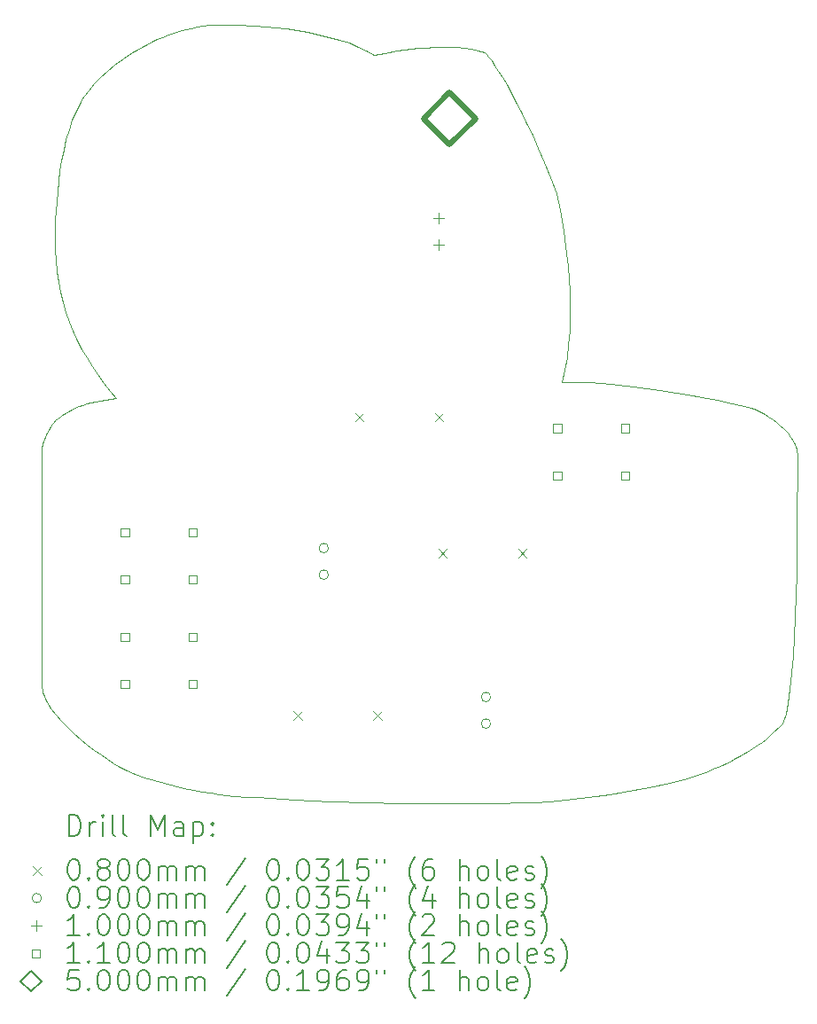
<source format=gbr>
%TF.GenerationSoftware,KiCad,Pcbnew,9.0.1*%
%TF.CreationDate,2025-04-26T15:50:14-04:00*%
%TF.ProjectId,FISH,46495348-2e6b-4696-9361-645f70636258,rev?*%
%TF.SameCoordinates,Original*%
%TF.FileFunction,Drillmap*%
%TF.FilePolarity,Positive*%
%FSLAX45Y45*%
G04 Gerber Fmt 4.5, Leading zero omitted, Abs format (unit mm)*
G04 Created by KiCad (PCBNEW 9.0.1) date 2025-04-26 15:50:14*
%MOMM*%
%LPD*%
G01*
G04 APERTURE LIST*
%ADD10C,0.000000*%
%ADD11C,0.200000*%
%ADD12C,0.100000*%
%ADD13C,0.110000*%
%ADD14C,0.500000*%
G04 APERTURE END LIST*
D10*
X14019190Y-6950000D02*
X14194549Y-6958588D01*
X14389379Y-6976396D01*
X14491170Y-6989086D01*
X14594317Y-7004477D01*
X14697651Y-7022699D01*
X14800000Y-7043885D01*
X14900194Y-7068167D01*
X14997063Y-7095675D01*
X15089436Y-7126543D01*
X15176142Y-7160901D01*
X15256012Y-7198882D01*
X15327875Y-7240617D01*
X15428695Y-7222479D01*
X15549050Y-7202997D01*
X15683667Y-7184962D01*
X15754677Y-7177359D01*
X15827276Y-7171165D01*
X15900805Y-7166727D01*
X15974605Y-7164395D01*
X16048018Y-7164518D01*
X16120385Y-7167444D01*
X16191046Y-7173523D01*
X16259342Y-7183102D01*
X16324616Y-7196531D01*
X16386208Y-7214160D01*
X16403526Y-7233093D01*
X16425534Y-7260203D01*
X16451960Y-7295608D01*
X16482533Y-7339423D01*
X16516982Y-7391765D01*
X16555035Y-7452750D01*
X16596421Y-7522493D01*
X16640869Y-7601112D01*
X16688108Y-7688723D01*
X16737866Y-7785442D01*
X16789872Y-7891385D01*
X16843855Y-8006669D01*
X16899542Y-8131409D01*
X16956664Y-8265723D01*
X17014949Y-8409726D01*
X17074125Y-8563534D01*
X17105699Y-8724765D01*
X17138204Y-8919069D01*
X17167607Y-9139004D01*
X17179887Y-9256257D01*
X17189880Y-9377128D01*
X17197082Y-9500687D01*
X17200990Y-9626002D01*
X17201100Y-9752144D01*
X17196908Y-9878183D01*
X17187910Y-10003188D01*
X17173602Y-10126229D01*
X17153480Y-10246377D01*
X17127041Y-10362701D01*
X17241991Y-10362586D01*
X17398075Y-10369397D01*
X17589960Y-10383939D01*
X17812313Y-10407018D01*
X18059801Y-10439440D01*
X18327092Y-10482011D01*
X18466497Y-10507354D01*
X18608853Y-10535538D01*
X18753492Y-10566661D01*
X18899750Y-10600826D01*
X18927890Y-10610353D01*
X18958997Y-10622395D01*
X18992479Y-10636943D01*
X19027749Y-10653989D01*
X19064218Y-10673527D01*
X19101296Y-10695548D01*
X19138394Y-10720044D01*
X19174923Y-10747007D01*
X19210295Y-10776431D01*
X19243919Y-10808306D01*
X19259893Y-10825161D01*
X19275208Y-10842626D01*
X19289793Y-10860700D01*
X19303572Y-10879382D01*
X19316473Y-10898671D01*
X19328422Y-10918567D01*
X19339346Y-10939068D01*
X19349170Y-10960173D01*
X19357821Y-10981882D01*
X19365225Y-11004192D01*
X19371309Y-11027105D01*
X19375999Y-11050617D01*
X19372031Y-11780205D01*
X19364837Y-12194112D01*
X19352187Y-12603720D01*
X19332592Y-12981248D01*
X19304562Y-13298913D01*
X19286920Y-13426616D01*
X19266611Y-13528936D01*
X19243450Y-13602399D01*
X19230741Y-13627225D01*
X19217250Y-13643534D01*
X19133402Y-13721668D01*
X19104910Y-13746531D01*
X19072444Y-13773293D01*
X19035525Y-13801838D01*
X18993670Y-13832049D01*
X18946400Y-13863811D01*
X18893234Y-13897007D01*
X18864289Y-13914106D01*
X18833690Y-13931520D01*
X18801377Y-13949234D01*
X18767290Y-13967235D01*
X18731368Y-13985506D01*
X18693551Y-14004035D01*
X18653780Y-14022806D01*
X18611994Y-14041804D01*
X18568133Y-14061015D01*
X18522137Y-14080425D01*
X18473946Y-14100020D01*
X18423500Y-14119783D01*
X18315868Y-14151404D01*
X18156767Y-14190883D01*
X17953761Y-14234497D01*
X17714416Y-14278527D01*
X17583481Y-14299534D01*
X17446298Y-14319250D01*
X17303814Y-14337209D01*
X17156972Y-14352945D01*
X17006721Y-14365994D01*
X16854004Y-14375891D01*
X16699768Y-14382171D01*
X16544958Y-14384367D01*
X16148414Y-14388757D01*
X15584521Y-14385035D01*
X15260282Y-14378429D01*
X14918763Y-14367750D01*
X14568149Y-14352318D01*
X14216625Y-14331450D01*
X14117055Y-14326226D01*
X13992887Y-14316147D01*
X13847966Y-14299661D01*
X13768924Y-14288532D01*
X13686136Y-14275220D01*
X13600082Y-14259530D01*
X13511242Y-14241270D01*
X13420098Y-14220245D01*
X13327129Y-14196262D01*
X13232817Y-14169126D01*
X13137642Y-14138645D01*
X13042084Y-14104623D01*
X12946625Y-14066867D01*
X12898469Y-14039110D01*
X12844150Y-14005796D01*
X12784949Y-13967443D01*
X12722142Y-13924571D01*
X12657011Y-13877699D01*
X12590833Y-13827347D01*
X12524887Y-13774033D01*
X12460453Y-13718278D01*
X12398809Y-13660601D01*
X12341235Y-13601521D01*
X12289010Y-13541557D01*
X12243412Y-13481228D01*
X12223498Y-13451090D01*
X12205720Y-13421055D01*
X12190239Y-13391189D01*
X12177214Y-13361556D01*
X12166806Y-13332222D01*
X12159173Y-13303251D01*
X12154476Y-13274708D01*
X12152875Y-13246659D01*
X12152875Y-11024159D01*
X12153489Y-11013042D01*
X12155304Y-10999716D01*
X12158282Y-10984452D01*
X12162383Y-10967522D01*
X12167570Y-10949196D01*
X12173804Y-10929746D01*
X12181045Y-10909444D01*
X12189255Y-10888560D01*
X12198395Y-10867366D01*
X12208427Y-10846134D01*
X12219311Y-10825134D01*
X12231010Y-10804638D01*
X12243483Y-10784917D01*
X12256693Y-10766242D01*
X12270600Y-10748885D01*
X12285167Y-10733117D01*
X12305947Y-10713590D01*
X12328626Y-10694722D01*
X12353244Y-10676551D01*
X12379838Y-10659117D01*
X12408447Y-10642457D01*
X12439111Y-10626612D01*
X12471867Y-10611620D01*
X12506755Y-10597518D01*
X12543814Y-10584347D01*
X12583081Y-10572145D01*
X12624597Y-10560951D01*
X12668399Y-10550803D01*
X12714527Y-10541740D01*
X12763018Y-10533801D01*
X12813913Y-10527025D01*
X12867250Y-10521451D01*
X12804230Y-10446397D01*
X12744231Y-10369987D01*
X12687366Y-10292104D01*
X12633750Y-10212632D01*
X12583496Y-10131455D01*
X12536718Y-10048456D01*
X12493530Y-9963520D01*
X12454045Y-9876529D01*
X12418378Y-9787368D01*
X12386643Y-9695920D01*
X12358953Y-9602069D01*
X12335422Y-9505699D01*
X12316164Y-9406693D01*
X12301293Y-9304936D01*
X12290922Y-9200310D01*
X12285167Y-9092701D01*
X12283316Y-8968781D01*
X12285911Y-8814062D01*
X12295243Y-8636605D01*
X12303154Y-8541869D01*
X12313609Y-8444472D01*
X12326896Y-8345421D01*
X12343302Y-8245724D01*
X12363114Y-8146389D01*
X12386618Y-8048424D01*
X12414101Y-7952835D01*
X12445849Y-7860631D01*
X12482151Y-7772820D01*
X12523292Y-7690409D01*
X12539444Y-7662724D01*
X12557849Y-7634306D01*
X12601186Y-7575683D01*
X12652845Y-7515362D01*
X12712365Y-7454160D01*
X12779288Y-7392899D01*
X12853155Y-7332399D01*
X12933506Y-7273478D01*
X13019881Y-7216958D01*
X13065185Y-7189854D01*
X13111822Y-7163657D01*
X13159737Y-7138470D01*
X13208870Y-7114396D01*
X13259165Y-7091537D01*
X13310564Y-7069995D01*
X13363010Y-7049872D01*
X13416446Y-7031273D01*
X13470814Y-7014298D01*
X13526057Y-6999050D01*
X13582117Y-6985632D01*
X13638937Y-6974146D01*
X13696459Y-6964695D01*
X13754626Y-6957382D01*
X13813381Y-6952308D01*
X13872667Y-6949576D01*
X14019190Y-6950000D01*
D11*
D12*
X14560000Y-13510000D02*
X14640000Y-13590000D01*
X14640000Y-13510000D02*
X14560000Y-13590000D01*
X15148000Y-10660000D02*
X15228000Y-10740000D01*
X15228000Y-10660000D02*
X15148000Y-10740000D01*
X15322000Y-13510000D02*
X15402000Y-13590000D01*
X15402000Y-13510000D02*
X15322000Y-13590000D01*
X15910000Y-10660000D02*
X15990000Y-10740000D01*
X15990000Y-10660000D02*
X15910000Y-10740000D01*
X15948000Y-11960000D02*
X16028000Y-12040000D01*
X16028000Y-11960000D02*
X15948000Y-12040000D01*
X16710000Y-11960000D02*
X16790000Y-12040000D01*
X16790000Y-11960000D02*
X16710000Y-12040000D01*
X14895000Y-11950000D02*
G75*
G02*
X14805000Y-11950000I-45000J0D01*
G01*
X14805000Y-11950000D02*
G75*
G02*
X14895000Y-11950000I45000J0D01*
G01*
X14895000Y-12204000D02*
G75*
G02*
X14805000Y-12204000I-45000J0D01*
G01*
X14805000Y-12204000D02*
G75*
G02*
X14895000Y-12204000I45000J0D01*
G01*
X16445000Y-13372500D02*
G75*
G02*
X16355000Y-13372500I-45000J0D01*
G01*
X16355000Y-13372500D02*
G75*
G02*
X16445000Y-13372500I45000J0D01*
G01*
X16445000Y-13626500D02*
G75*
G02*
X16355000Y-13626500I-45000J0D01*
G01*
X16355000Y-13626500D02*
G75*
G02*
X16445000Y-13626500I45000J0D01*
G01*
X15950000Y-8746000D02*
X15950000Y-8846000D01*
X15900000Y-8796000D02*
X16000000Y-8796000D01*
X15950000Y-9000000D02*
X15950000Y-9100000D01*
X15900000Y-9050000D02*
X16000000Y-9050000D01*
D13*
X12988891Y-11838891D02*
X12988891Y-11761109D01*
X12911109Y-11761109D01*
X12911109Y-11838891D01*
X12988891Y-11838891D01*
X12988891Y-12288891D02*
X12988891Y-12211109D01*
X12911109Y-12211109D01*
X12911109Y-12288891D01*
X12988891Y-12288891D01*
X12988891Y-12838891D02*
X12988891Y-12761109D01*
X12911109Y-12761109D01*
X12911109Y-12838891D01*
X12988891Y-12838891D01*
X12988891Y-13288891D02*
X12988891Y-13211109D01*
X12911109Y-13211109D01*
X12911109Y-13288891D01*
X12988891Y-13288891D01*
X13638891Y-11838891D02*
X13638891Y-11761109D01*
X13561109Y-11761109D01*
X13561109Y-11838891D01*
X13638891Y-11838891D01*
X13638891Y-12288891D02*
X13638891Y-12211109D01*
X13561109Y-12211109D01*
X13561109Y-12288891D01*
X13638891Y-12288891D01*
X13638891Y-12838891D02*
X13638891Y-12761109D01*
X13561109Y-12761109D01*
X13561109Y-12838891D01*
X13638891Y-12838891D01*
X13638891Y-13288891D02*
X13638891Y-13211109D01*
X13561109Y-13211109D01*
X13561109Y-13288891D01*
X13638891Y-13288891D01*
X17122144Y-10844678D02*
X17122144Y-10766896D01*
X17044362Y-10766896D01*
X17044362Y-10844678D01*
X17122144Y-10844678D01*
X17122144Y-11294678D02*
X17122144Y-11216895D01*
X17044362Y-11216895D01*
X17044362Y-11294678D01*
X17122144Y-11294678D01*
X17772144Y-10844678D02*
X17772144Y-10766896D01*
X17694362Y-10766896D01*
X17694362Y-10844678D01*
X17772144Y-10844678D01*
X17772144Y-11294678D02*
X17772144Y-11216895D01*
X17694362Y-11216895D01*
X17694362Y-11294678D01*
X17772144Y-11294678D01*
D14*
X16050000Y-8100000D02*
X16300000Y-7850000D01*
X16050000Y-7600000D01*
X15800000Y-7850000D01*
X16050000Y-8100000D01*
D11*
X12413652Y-14700240D02*
X12413652Y-14500240D01*
X12413652Y-14500240D02*
X12461271Y-14500240D01*
X12461271Y-14500240D02*
X12489842Y-14509764D01*
X12489842Y-14509764D02*
X12508890Y-14528812D01*
X12508890Y-14528812D02*
X12518414Y-14547859D01*
X12518414Y-14547859D02*
X12527937Y-14585955D01*
X12527937Y-14585955D02*
X12527937Y-14614526D01*
X12527937Y-14614526D02*
X12518414Y-14652621D01*
X12518414Y-14652621D02*
X12508890Y-14671669D01*
X12508890Y-14671669D02*
X12489842Y-14690717D01*
X12489842Y-14690717D02*
X12461271Y-14700240D01*
X12461271Y-14700240D02*
X12413652Y-14700240D01*
X12613652Y-14700240D02*
X12613652Y-14566907D01*
X12613652Y-14605002D02*
X12623175Y-14585955D01*
X12623175Y-14585955D02*
X12632699Y-14576431D01*
X12632699Y-14576431D02*
X12651747Y-14566907D01*
X12651747Y-14566907D02*
X12670795Y-14566907D01*
X12737461Y-14700240D02*
X12737461Y-14566907D01*
X12737461Y-14500240D02*
X12727937Y-14509764D01*
X12727937Y-14509764D02*
X12737461Y-14519288D01*
X12737461Y-14519288D02*
X12746985Y-14509764D01*
X12746985Y-14509764D02*
X12737461Y-14500240D01*
X12737461Y-14500240D02*
X12737461Y-14519288D01*
X12861271Y-14700240D02*
X12842223Y-14690717D01*
X12842223Y-14690717D02*
X12832699Y-14671669D01*
X12832699Y-14671669D02*
X12832699Y-14500240D01*
X12966033Y-14700240D02*
X12946985Y-14690717D01*
X12946985Y-14690717D02*
X12937461Y-14671669D01*
X12937461Y-14671669D02*
X12937461Y-14500240D01*
X13194604Y-14700240D02*
X13194604Y-14500240D01*
X13194604Y-14500240D02*
X13261271Y-14643098D01*
X13261271Y-14643098D02*
X13327937Y-14500240D01*
X13327937Y-14500240D02*
X13327937Y-14700240D01*
X13508890Y-14700240D02*
X13508890Y-14595479D01*
X13508890Y-14595479D02*
X13499366Y-14576431D01*
X13499366Y-14576431D02*
X13480318Y-14566907D01*
X13480318Y-14566907D02*
X13442223Y-14566907D01*
X13442223Y-14566907D02*
X13423175Y-14576431D01*
X13508890Y-14690717D02*
X13489842Y-14700240D01*
X13489842Y-14700240D02*
X13442223Y-14700240D01*
X13442223Y-14700240D02*
X13423175Y-14690717D01*
X13423175Y-14690717D02*
X13413652Y-14671669D01*
X13413652Y-14671669D02*
X13413652Y-14652621D01*
X13413652Y-14652621D02*
X13423175Y-14633574D01*
X13423175Y-14633574D02*
X13442223Y-14624050D01*
X13442223Y-14624050D02*
X13489842Y-14624050D01*
X13489842Y-14624050D02*
X13508890Y-14614526D01*
X13604128Y-14566907D02*
X13604128Y-14766907D01*
X13604128Y-14576431D02*
X13623175Y-14566907D01*
X13623175Y-14566907D02*
X13661271Y-14566907D01*
X13661271Y-14566907D02*
X13680318Y-14576431D01*
X13680318Y-14576431D02*
X13689842Y-14585955D01*
X13689842Y-14585955D02*
X13699366Y-14605002D01*
X13699366Y-14605002D02*
X13699366Y-14662145D01*
X13699366Y-14662145D02*
X13689842Y-14681193D01*
X13689842Y-14681193D02*
X13680318Y-14690717D01*
X13680318Y-14690717D02*
X13661271Y-14700240D01*
X13661271Y-14700240D02*
X13623175Y-14700240D01*
X13623175Y-14700240D02*
X13604128Y-14690717D01*
X13785080Y-14681193D02*
X13794604Y-14690717D01*
X13794604Y-14690717D02*
X13785080Y-14700240D01*
X13785080Y-14700240D02*
X13775556Y-14690717D01*
X13775556Y-14690717D02*
X13785080Y-14681193D01*
X13785080Y-14681193D02*
X13785080Y-14700240D01*
X13785080Y-14576431D02*
X13794604Y-14585955D01*
X13794604Y-14585955D02*
X13785080Y-14595479D01*
X13785080Y-14595479D02*
X13775556Y-14585955D01*
X13775556Y-14585955D02*
X13785080Y-14576431D01*
X13785080Y-14576431D02*
X13785080Y-14595479D01*
D12*
X12072875Y-14988757D02*
X12152875Y-15068757D01*
X12152875Y-14988757D02*
X12072875Y-15068757D01*
D11*
X12451747Y-14920240D02*
X12470795Y-14920240D01*
X12470795Y-14920240D02*
X12489842Y-14929764D01*
X12489842Y-14929764D02*
X12499366Y-14939288D01*
X12499366Y-14939288D02*
X12508890Y-14958336D01*
X12508890Y-14958336D02*
X12518414Y-14996431D01*
X12518414Y-14996431D02*
X12518414Y-15044050D01*
X12518414Y-15044050D02*
X12508890Y-15082145D01*
X12508890Y-15082145D02*
X12499366Y-15101193D01*
X12499366Y-15101193D02*
X12489842Y-15110717D01*
X12489842Y-15110717D02*
X12470795Y-15120240D01*
X12470795Y-15120240D02*
X12451747Y-15120240D01*
X12451747Y-15120240D02*
X12432699Y-15110717D01*
X12432699Y-15110717D02*
X12423175Y-15101193D01*
X12423175Y-15101193D02*
X12413652Y-15082145D01*
X12413652Y-15082145D02*
X12404128Y-15044050D01*
X12404128Y-15044050D02*
X12404128Y-14996431D01*
X12404128Y-14996431D02*
X12413652Y-14958336D01*
X12413652Y-14958336D02*
X12423175Y-14939288D01*
X12423175Y-14939288D02*
X12432699Y-14929764D01*
X12432699Y-14929764D02*
X12451747Y-14920240D01*
X12604128Y-15101193D02*
X12613652Y-15110717D01*
X12613652Y-15110717D02*
X12604128Y-15120240D01*
X12604128Y-15120240D02*
X12594604Y-15110717D01*
X12594604Y-15110717D02*
X12604128Y-15101193D01*
X12604128Y-15101193D02*
X12604128Y-15120240D01*
X12727937Y-15005955D02*
X12708890Y-14996431D01*
X12708890Y-14996431D02*
X12699366Y-14986907D01*
X12699366Y-14986907D02*
X12689842Y-14967859D01*
X12689842Y-14967859D02*
X12689842Y-14958336D01*
X12689842Y-14958336D02*
X12699366Y-14939288D01*
X12699366Y-14939288D02*
X12708890Y-14929764D01*
X12708890Y-14929764D02*
X12727937Y-14920240D01*
X12727937Y-14920240D02*
X12766033Y-14920240D01*
X12766033Y-14920240D02*
X12785080Y-14929764D01*
X12785080Y-14929764D02*
X12794604Y-14939288D01*
X12794604Y-14939288D02*
X12804128Y-14958336D01*
X12804128Y-14958336D02*
X12804128Y-14967859D01*
X12804128Y-14967859D02*
X12794604Y-14986907D01*
X12794604Y-14986907D02*
X12785080Y-14996431D01*
X12785080Y-14996431D02*
X12766033Y-15005955D01*
X12766033Y-15005955D02*
X12727937Y-15005955D01*
X12727937Y-15005955D02*
X12708890Y-15015479D01*
X12708890Y-15015479D02*
X12699366Y-15025002D01*
X12699366Y-15025002D02*
X12689842Y-15044050D01*
X12689842Y-15044050D02*
X12689842Y-15082145D01*
X12689842Y-15082145D02*
X12699366Y-15101193D01*
X12699366Y-15101193D02*
X12708890Y-15110717D01*
X12708890Y-15110717D02*
X12727937Y-15120240D01*
X12727937Y-15120240D02*
X12766033Y-15120240D01*
X12766033Y-15120240D02*
X12785080Y-15110717D01*
X12785080Y-15110717D02*
X12794604Y-15101193D01*
X12794604Y-15101193D02*
X12804128Y-15082145D01*
X12804128Y-15082145D02*
X12804128Y-15044050D01*
X12804128Y-15044050D02*
X12794604Y-15025002D01*
X12794604Y-15025002D02*
X12785080Y-15015479D01*
X12785080Y-15015479D02*
X12766033Y-15005955D01*
X12927937Y-14920240D02*
X12946985Y-14920240D01*
X12946985Y-14920240D02*
X12966033Y-14929764D01*
X12966033Y-14929764D02*
X12975556Y-14939288D01*
X12975556Y-14939288D02*
X12985080Y-14958336D01*
X12985080Y-14958336D02*
X12994604Y-14996431D01*
X12994604Y-14996431D02*
X12994604Y-15044050D01*
X12994604Y-15044050D02*
X12985080Y-15082145D01*
X12985080Y-15082145D02*
X12975556Y-15101193D01*
X12975556Y-15101193D02*
X12966033Y-15110717D01*
X12966033Y-15110717D02*
X12946985Y-15120240D01*
X12946985Y-15120240D02*
X12927937Y-15120240D01*
X12927937Y-15120240D02*
X12908890Y-15110717D01*
X12908890Y-15110717D02*
X12899366Y-15101193D01*
X12899366Y-15101193D02*
X12889842Y-15082145D01*
X12889842Y-15082145D02*
X12880318Y-15044050D01*
X12880318Y-15044050D02*
X12880318Y-14996431D01*
X12880318Y-14996431D02*
X12889842Y-14958336D01*
X12889842Y-14958336D02*
X12899366Y-14939288D01*
X12899366Y-14939288D02*
X12908890Y-14929764D01*
X12908890Y-14929764D02*
X12927937Y-14920240D01*
X13118414Y-14920240D02*
X13137461Y-14920240D01*
X13137461Y-14920240D02*
X13156509Y-14929764D01*
X13156509Y-14929764D02*
X13166033Y-14939288D01*
X13166033Y-14939288D02*
X13175556Y-14958336D01*
X13175556Y-14958336D02*
X13185080Y-14996431D01*
X13185080Y-14996431D02*
X13185080Y-15044050D01*
X13185080Y-15044050D02*
X13175556Y-15082145D01*
X13175556Y-15082145D02*
X13166033Y-15101193D01*
X13166033Y-15101193D02*
X13156509Y-15110717D01*
X13156509Y-15110717D02*
X13137461Y-15120240D01*
X13137461Y-15120240D02*
X13118414Y-15120240D01*
X13118414Y-15120240D02*
X13099366Y-15110717D01*
X13099366Y-15110717D02*
X13089842Y-15101193D01*
X13089842Y-15101193D02*
X13080318Y-15082145D01*
X13080318Y-15082145D02*
X13070795Y-15044050D01*
X13070795Y-15044050D02*
X13070795Y-14996431D01*
X13070795Y-14996431D02*
X13080318Y-14958336D01*
X13080318Y-14958336D02*
X13089842Y-14939288D01*
X13089842Y-14939288D02*
X13099366Y-14929764D01*
X13099366Y-14929764D02*
X13118414Y-14920240D01*
X13270795Y-15120240D02*
X13270795Y-14986907D01*
X13270795Y-15005955D02*
X13280318Y-14996431D01*
X13280318Y-14996431D02*
X13299366Y-14986907D01*
X13299366Y-14986907D02*
X13327937Y-14986907D01*
X13327937Y-14986907D02*
X13346985Y-14996431D01*
X13346985Y-14996431D02*
X13356509Y-15015479D01*
X13356509Y-15015479D02*
X13356509Y-15120240D01*
X13356509Y-15015479D02*
X13366033Y-14996431D01*
X13366033Y-14996431D02*
X13385080Y-14986907D01*
X13385080Y-14986907D02*
X13413652Y-14986907D01*
X13413652Y-14986907D02*
X13432699Y-14996431D01*
X13432699Y-14996431D02*
X13442223Y-15015479D01*
X13442223Y-15015479D02*
X13442223Y-15120240D01*
X13537461Y-15120240D02*
X13537461Y-14986907D01*
X13537461Y-15005955D02*
X13546985Y-14996431D01*
X13546985Y-14996431D02*
X13566033Y-14986907D01*
X13566033Y-14986907D02*
X13594604Y-14986907D01*
X13594604Y-14986907D02*
X13613652Y-14996431D01*
X13613652Y-14996431D02*
X13623176Y-15015479D01*
X13623176Y-15015479D02*
X13623176Y-15120240D01*
X13623176Y-15015479D02*
X13632699Y-14996431D01*
X13632699Y-14996431D02*
X13651747Y-14986907D01*
X13651747Y-14986907D02*
X13680318Y-14986907D01*
X13680318Y-14986907D02*
X13699366Y-14996431D01*
X13699366Y-14996431D02*
X13708890Y-15015479D01*
X13708890Y-15015479D02*
X13708890Y-15120240D01*
X14099366Y-14910717D02*
X13927938Y-15167859D01*
X14356509Y-14920240D02*
X14375557Y-14920240D01*
X14375557Y-14920240D02*
X14394604Y-14929764D01*
X14394604Y-14929764D02*
X14404128Y-14939288D01*
X14404128Y-14939288D02*
X14413652Y-14958336D01*
X14413652Y-14958336D02*
X14423176Y-14996431D01*
X14423176Y-14996431D02*
X14423176Y-15044050D01*
X14423176Y-15044050D02*
X14413652Y-15082145D01*
X14413652Y-15082145D02*
X14404128Y-15101193D01*
X14404128Y-15101193D02*
X14394604Y-15110717D01*
X14394604Y-15110717D02*
X14375557Y-15120240D01*
X14375557Y-15120240D02*
X14356509Y-15120240D01*
X14356509Y-15120240D02*
X14337461Y-15110717D01*
X14337461Y-15110717D02*
X14327938Y-15101193D01*
X14327938Y-15101193D02*
X14318414Y-15082145D01*
X14318414Y-15082145D02*
X14308890Y-15044050D01*
X14308890Y-15044050D02*
X14308890Y-14996431D01*
X14308890Y-14996431D02*
X14318414Y-14958336D01*
X14318414Y-14958336D02*
X14327938Y-14939288D01*
X14327938Y-14939288D02*
X14337461Y-14929764D01*
X14337461Y-14929764D02*
X14356509Y-14920240D01*
X14508890Y-15101193D02*
X14518414Y-15110717D01*
X14518414Y-15110717D02*
X14508890Y-15120240D01*
X14508890Y-15120240D02*
X14499366Y-15110717D01*
X14499366Y-15110717D02*
X14508890Y-15101193D01*
X14508890Y-15101193D02*
X14508890Y-15120240D01*
X14642223Y-14920240D02*
X14661271Y-14920240D01*
X14661271Y-14920240D02*
X14680319Y-14929764D01*
X14680319Y-14929764D02*
X14689842Y-14939288D01*
X14689842Y-14939288D02*
X14699366Y-14958336D01*
X14699366Y-14958336D02*
X14708890Y-14996431D01*
X14708890Y-14996431D02*
X14708890Y-15044050D01*
X14708890Y-15044050D02*
X14699366Y-15082145D01*
X14699366Y-15082145D02*
X14689842Y-15101193D01*
X14689842Y-15101193D02*
X14680319Y-15110717D01*
X14680319Y-15110717D02*
X14661271Y-15120240D01*
X14661271Y-15120240D02*
X14642223Y-15120240D01*
X14642223Y-15120240D02*
X14623176Y-15110717D01*
X14623176Y-15110717D02*
X14613652Y-15101193D01*
X14613652Y-15101193D02*
X14604128Y-15082145D01*
X14604128Y-15082145D02*
X14594604Y-15044050D01*
X14594604Y-15044050D02*
X14594604Y-14996431D01*
X14594604Y-14996431D02*
X14604128Y-14958336D01*
X14604128Y-14958336D02*
X14613652Y-14939288D01*
X14613652Y-14939288D02*
X14623176Y-14929764D01*
X14623176Y-14929764D02*
X14642223Y-14920240D01*
X14775557Y-14920240D02*
X14899366Y-14920240D01*
X14899366Y-14920240D02*
X14832699Y-14996431D01*
X14832699Y-14996431D02*
X14861271Y-14996431D01*
X14861271Y-14996431D02*
X14880319Y-15005955D01*
X14880319Y-15005955D02*
X14889842Y-15015479D01*
X14889842Y-15015479D02*
X14899366Y-15034526D01*
X14899366Y-15034526D02*
X14899366Y-15082145D01*
X14899366Y-15082145D02*
X14889842Y-15101193D01*
X14889842Y-15101193D02*
X14880319Y-15110717D01*
X14880319Y-15110717D02*
X14861271Y-15120240D01*
X14861271Y-15120240D02*
X14804128Y-15120240D01*
X14804128Y-15120240D02*
X14785080Y-15110717D01*
X14785080Y-15110717D02*
X14775557Y-15101193D01*
X15089842Y-15120240D02*
X14975557Y-15120240D01*
X15032699Y-15120240D02*
X15032699Y-14920240D01*
X15032699Y-14920240D02*
X15013652Y-14948812D01*
X15013652Y-14948812D02*
X14994604Y-14967859D01*
X14994604Y-14967859D02*
X14975557Y-14977383D01*
X15270795Y-14920240D02*
X15175557Y-14920240D01*
X15175557Y-14920240D02*
X15166033Y-15015479D01*
X15166033Y-15015479D02*
X15175557Y-15005955D01*
X15175557Y-15005955D02*
X15194604Y-14996431D01*
X15194604Y-14996431D02*
X15242223Y-14996431D01*
X15242223Y-14996431D02*
X15261271Y-15005955D01*
X15261271Y-15005955D02*
X15270795Y-15015479D01*
X15270795Y-15015479D02*
X15280319Y-15034526D01*
X15280319Y-15034526D02*
X15280319Y-15082145D01*
X15280319Y-15082145D02*
X15270795Y-15101193D01*
X15270795Y-15101193D02*
X15261271Y-15110717D01*
X15261271Y-15110717D02*
X15242223Y-15120240D01*
X15242223Y-15120240D02*
X15194604Y-15120240D01*
X15194604Y-15120240D02*
X15175557Y-15110717D01*
X15175557Y-15110717D02*
X15166033Y-15101193D01*
X15356509Y-14920240D02*
X15356509Y-14958336D01*
X15432700Y-14920240D02*
X15432700Y-14958336D01*
X15727938Y-15196431D02*
X15718414Y-15186907D01*
X15718414Y-15186907D02*
X15699366Y-15158336D01*
X15699366Y-15158336D02*
X15689842Y-15139288D01*
X15689842Y-15139288D02*
X15680319Y-15110717D01*
X15680319Y-15110717D02*
X15670795Y-15063098D01*
X15670795Y-15063098D02*
X15670795Y-15025002D01*
X15670795Y-15025002D02*
X15680319Y-14977383D01*
X15680319Y-14977383D02*
X15689842Y-14948812D01*
X15689842Y-14948812D02*
X15699366Y-14929764D01*
X15699366Y-14929764D02*
X15718414Y-14901193D01*
X15718414Y-14901193D02*
X15727938Y-14891669D01*
X15889842Y-14920240D02*
X15851747Y-14920240D01*
X15851747Y-14920240D02*
X15832700Y-14929764D01*
X15832700Y-14929764D02*
X15823176Y-14939288D01*
X15823176Y-14939288D02*
X15804128Y-14967859D01*
X15804128Y-14967859D02*
X15794604Y-15005955D01*
X15794604Y-15005955D02*
X15794604Y-15082145D01*
X15794604Y-15082145D02*
X15804128Y-15101193D01*
X15804128Y-15101193D02*
X15813652Y-15110717D01*
X15813652Y-15110717D02*
X15832700Y-15120240D01*
X15832700Y-15120240D02*
X15870795Y-15120240D01*
X15870795Y-15120240D02*
X15889842Y-15110717D01*
X15889842Y-15110717D02*
X15899366Y-15101193D01*
X15899366Y-15101193D02*
X15908890Y-15082145D01*
X15908890Y-15082145D02*
X15908890Y-15034526D01*
X15908890Y-15034526D02*
X15899366Y-15015479D01*
X15899366Y-15015479D02*
X15889842Y-15005955D01*
X15889842Y-15005955D02*
X15870795Y-14996431D01*
X15870795Y-14996431D02*
X15832700Y-14996431D01*
X15832700Y-14996431D02*
X15813652Y-15005955D01*
X15813652Y-15005955D02*
X15804128Y-15015479D01*
X15804128Y-15015479D02*
X15794604Y-15034526D01*
X16146985Y-15120240D02*
X16146985Y-14920240D01*
X16232700Y-15120240D02*
X16232700Y-15015479D01*
X16232700Y-15015479D02*
X16223176Y-14996431D01*
X16223176Y-14996431D02*
X16204128Y-14986907D01*
X16204128Y-14986907D02*
X16175557Y-14986907D01*
X16175557Y-14986907D02*
X16156509Y-14996431D01*
X16156509Y-14996431D02*
X16146985Y-15005955D01*
X16356509Y-15120240D02*
X16337462Y-15110717D01*
X16337462Y-15110717D02*
X16327938Y-15101193D01*
X16327938Y-15101193D02*
X16318414Y-15082145D01*
X16318414Y-15082145D02*
X16318414Y-15025002D01*
X16318414Y-15025002D02*
X16327938Y-15005955D01*
X16327938Y-15005955D02*
X16337462Y-14996431D01*
X16337462Y-14996431D02*
X16356509Y-14986907D01*
X16356509Y-14986907D02*
X16385081Y-14986907D01*
X16385081Y-14986907D02*
X16404128Y-14996431D01*
X16404128Y-14996431D02*
X16413652Y-15005955D01*
X16413652Y-15005955D02*
X16423176Y-15025002D01*
X16423176Y-15025002D02*
X16423176Y-15082145D01*
X16423176Y-15082145D02*
X16413652Y-15101193D01*
X16413652Y-15101193D02*
X16404128Y-15110717D01*
X16404128Y-15110717D02*
X16385081Y-15120240D01*
X16385081Y-15120240D02*
X16356509Y-15120240D01*
X16537462Y-15120240D02*
X16518414Y-15110717D01*
X16518414Y-15110717D02*
X16508890Y-15091669D01*
X16508890Y-15091669D02*
X16508890Y-14920240D01*
X16689843Y-15110717D02*
X16670795Y-15120240D01*
X16670795Y-15120240D02*
X16632700Y-15120240D01*
X16632700Y-15120240D02*
X16613652Y-15110717D01*
X16613652Y-15110717D02*
X16604128Y-15091669D01*
X16604128Y-15091669D02*
X16604128Y-15015479D01*
X16604128Y-15015479D02*
X16613652Y-14996431D01*
X16613652Y-14996431D02*
X16632700Y-14986907D01*
X16632700Y-14986907D02*
X16670795Y-14986907D01*
X16670795Y-14986907D02*
X16689843Y-14996431D01*
X16689843Y-14996431D02*
X16699366Y-15015479D01*
X16699366Y-15015479D02*
X16699366Y-15034526D01*
X16699366Y-15034526D02*
X16604128Y-15053574D01*
X16775557Y-15110717D02*
X16794605Y-15120240D01*
X16794605Y-15120240D02*
X16832700Y-15120240D01*
X16832700Y-15120240D02*
X16851747Y-15110717D01*
X16851747Y-15110717D02*
X16861271Y-15091669D01*
X16861271Y-15091669D02*
X16861271Y-15082145D01*
X16861271Y-15082145D02*
X16851747Y-15063098D01*
X16851747Y-15063098D02*
X16832700Y-15053574D01*
X16832700Y-15053574D02*
X16804128Y-15053574D01*
X16804128Y-15053574D02*
X16785081Y-15044050D01*
X16785081Y-15044050D02*
X16775557Y-15025002D01*
X16775557Y-15025002D02*
X16775557Y-15015479D01*
X16775557Y-15015479D02*
X16785081Y-14996431D01*
X16785081Y-14996431D02*
X16804128Y-14986907D01*
X16804128Y-14986907D02*
X16832700Y-14986907D01*
X16832700Y-14986907D02*
X16851747Y-14996431D01*
X16927938Y-15196431D02*
X16937462Y-15186907D01*
X16937462Y-15186907D02*
X16956509Y-15158336D01*
X16956509Y-15158336D02*
X16966033Y-15139288D01*
X16966033Y-15139288D02*
X16975557Y-15110717D01*
X16975557Y-15110717D02*
X16985081Y-15063098D01*
X16985081Y-15063098D02*
X16985081Y-15025002D01*
X16985081Y-15025002D02*
X16975557Y-14977383D01*
X16975557Y-14977383D02*
X16966033Y-14948812D01*
X16966033Y-14948812D02*
X16956509Y-14929764D01*
X16956509Y-14929764D02*
X16937462Y-14901193D01*
X16937462Y-14901193D02*
X16927938Y-14891669D01*
D12*
X12152875Y-15292757D02*
G75*
G02*
X12062875Y-15292757I-45000J0D01*
G01*
X12062875Y-15292757D02*
G75*
G02*
X12152875Y-15292757I45000J0D01*
G01*
D11*
X12451747Y-15184240D02*
X12470795Y-15184240D01*
X12470795Y-15184240D02*
X12489842Y-15193764D01*
X12489842Y-15193764D02*
X12499366Y-15203288D01*
X12499366Y-15203288D02*
X12508890Y-15222336D01*
X12508890Y-15222336D02*
X12518414Y-15260431D01*
X12518414Y-15260431D02*
X12518414Y-15308050D01*
X12518414Y-15308050D02*
X12508890Y-15346145D01*
X12508890Y-15346145D02*
X12499366Y-15365193D01*
X12499366Y-15365193D02*
X12489842Y-15374717D01*
X12489842Y-15374717D02*
X12470795Y-15384240D01*
X12470795Y-15384240D02*
X12451747Y-15384240D01*
X12451747Y-15384240D02*
X12432699Y-15374717D01*
X12432699Y-15374717D02*
X12423175Y-15365193D01*
X12423175Y-15365193D02*
X12413652Y-15346145D01*
X12413652Y-15346145D02*
X12404128Y-15308050D01*
X12404128Y-15308050D02*
X12404128Y-15260431D01*
X12404128Y-15260431D02*
X12413652Y-15222336D01*
X12413652Y-15222336D02*
X12423175Y-15203288D01*
X12423175Y-15203288D02*
X12432699Y-15193764D01*
X12432699Y-15193764D02*
X12451747Y-15184240D01*
X12604128Y-15365193D02*
X12613652Y-15374717D01*
X12613652Y-15374717D02*
X12604128Y-15384240D01*
X12604128Y-15384240D02*
X12594604Y-15374717D01*
X12594604Y-15374717D02*
X12604128Y-15365193D01*
X12604128Y-15365193D02*
X12604128Y-15384240D01*
X12708890Y-15384240D02*
X12746985Y-15384240D01*
X12746985Y-15384240D02*
X12766033Y-15374717D01*
X12766033Y-15374717D02*
X12775556Y-15365193D01*
X12775556Y-15365193D02*
X12794604Y-15336621D01*
X12794604Y-15336621D02*
X12804128Y-15298526D01*
X12804128Y-15298526D02*
X12804128Y-15222336D01*
X12804128Y-15222336D02*
X12794604Y-15203288D01*
X12794604Y-15203288D02*
X12785080Y-15193764D01*
X12785080Y-15193764D02*
X12766033Y-15184240D01*
X12766033Y-15184240D02*
X12727937Y-15184240D01*
X12727937Y-15184240D02*
X12708890Y-15193764D01*
X12708890Y-15193764D02*
X12699366Y-15203288D01*
X12699366Y-15203288D02*
X12689842Y-15222336D01*
X12689842Y-15222336D02*
X12689842Y-15269955D01*
X12689842Y-15269955D02*
X12699366Y-15289002D01*
X12699366Y-15289002D02*
X12708890Y-15298526D01*
X12708890Y-15298526D02*
X12727937Y-15308050D01*
X12727937Y-15308050D02*
X12766033Y-15308050D01*
X12766033Y-15308050D02*
X12785080Y-15298526D01*
X12785080Y-15298526D02*
X12794604Y-15289002D01*
X12794604Y-15289002D02*
X12804128Y-15269955D01*
X12927937Y-15184240D02*
X12946985Y-15184240D01*
X12946985Y-15184240D02*
X12966033Y-15193764D01*
X12966033Y-15193764D02*
X12975556Y-15203288D01*
X12975556Y-15203288D02*
X12985080Y-15222336D01*
X12985080Y-15222336D02*
X12994604Y-15260431D01*
X12994604Y-15260431D02*
X12994604Y-15308050D01*
X12994604Y-15308050D02*
X12985080Y-15346145D01*
X12985080Y-15346145D02*
X12975556Y-15365193D01*
X12975556Y-15365193D02*
X12966033Y-15374717D01*
X12966033Y-15374717D02*
X12946985Y-15384240D01*
X12946985Y-15384240D02*
X12927937Y-15384240D01*
X12927937Y-15384240D02*
X12908890Y-15374717D01*
X12908890Y-15374717D02*
X12899366Y-15365193D01*
X12899366Y-15365193D02*
X12889842Y-15346145D01*
X12889842Y-15346145D02*
X12880318Y-15308050D01*
X12880318Y-15308050D02*
X12880318Y-15260431D01*
X12880318Y-15260431D02*
X12889842Y-15222336D01*
X12889842Y-15222336D02*
X12899366Y-15203288D01*
X12899366Y-15203288D02*
X12908890Y-15193764D01*
X12908890Y-15193764D02*
X12927937Y-15184240D01*
X13118414Y-15184240D02*
X13137461Y-15184240D01*
X13137461Y-15184240D02*
X13156509Y-15193764D01*
X13156509Y-15193764D02*
X13166033Y-15203288D01*
X13166033Y-15203288D02*
X13175556Y-15222336D01*
X13175556Y-15222336D02*
X13185080Y-15260431D01*
X13185080Y-15260431D02*
X13185080Y-15308050D01*
X13185080Y-15308050D02*
X13175556Y-15346145D01*
X13175556Y-15346145D02*
X13166033Y-15365193D01*
X13166033Y-15365193D02*
X13156509Y-15374717D01*
X13156509Y-15374717D02*
X13137461Y-15384240D01*
X13137461Y-15384240D02*
X13118414Y-15384240D01*
X13118414Y-15384240D02*
X13099366Y-15374717D01*
X13099366Y-15374717D02*
X13089842Y-15365193D01*
X13089842Y-15365193D02*
X13080318Y-15346145D01*
X13080318Y-15346145D02*
X13070795Y-15308050D01*
X13070795Y-15308050D02*
X13070795Y-15260431D01*
X13070795Y-15260431D02*
X13080318Y-15222336D01*
X13080318Y-15222336D02*
X13089842Y-15203288D01*
X13089842Y-15203288D02*
X13099366Y-15193764D01*
X13099366Y-15193764D02*
X13118414Y-15184240D01*
X13270795Y-15384240D02*
X13270795Y-15250907D01*
X13270795Y-15269955D02*
X13280318Y-15260431D01*
X13280318Y-15260431D02*
X13299366Y-15250907D01*
X13299366Y-15250907D02*
X13327937Y-15250907D01*
X13327937Y-15250907D02*
X13346985Y-15260431D01*
X13346985Y-15260431D02*
X13356509Y-15279479D01*
X13356509Y-15279479D02*
X13356509Y-15384240D01*
X13356509Y-15279479D02*
X13366033Y-15260431D01*
X13366033Y-15260431D02*
X13385080Y-15250907D01*
X13385080Y-15250907D02*
X13413652Y-15250907D01*
X13413652Y-15250907D02*
X13432699Y-15260431D01*
X13432699Y-15260431D02*
X13442223Y-15279479D01*
X13442223Y-15279479D02*
X13442223Y-15384240D01*
X13537461Y-15384240D02*
X13537461Y-15250907D01*
X13537461Y-15269955D02*
X13546985Y-15260431D01*
X13546985Y-15260431D02*
X13566033Y-15250907D01*
X13566033Y-15250907D02*
X13594604Y-15250907D01*
X13594604Y-15250907D02*
X13613652Y-15260431D01*
X13613652Y-15260431D02*
X13623176Y-15279479D01*
X13623176Y-15279479D02*
X13623176Y-15384240D01*
X13623176Y-15279479D02*
X13632699Y-15260431D01*
X13632699Y-15260431D02*
X13651747Y-15250907D01*
X13651747Y-15250907D02*
X13680318Y-15250907D01*
X13680318Y-15250907D02*
X13699366Y-15260431D01*
X13699366Y-15260431D02*
X13708890Y-15279479D01*
X13708890Y-15279479D02*
X13708890Y-15384240D01*
X14099366Y-15174717D02*
X13927938Y-15431859D01*
X14356509Y-15184240D02*
X14375557Y-15184240D01*
X14375557Y-15184240D02*
X14394604Y-15193764D01*
X14394604Y-15193764D02*
X14404128Y-15203288D01*
X14404128Y-15203288D02*
X14413652Y-15222336D01*
X14413652Y-15222336D02*
X14423176Y-15260431D01*
X14423176Y-15260431D02*
X14423176Y-15308050D01*
X14423176Y-15308050D02*
X14413652Y-15346145D01*
X14413652Y-15346145D02*
X14404128Y-15365193D01*
X14404128Y-15365193D02*
X14394604Y-15374717D01*
X14394604Y-15374717D02*
X14375557Y-15384240D01*
X14375557Y-15384240D02*
X14356509Y-15384240D01*
X14356509Y-15384240D02*
X14337461Y-15374717D01*
X14337461Y-15374717D02*
X14327938Y-15365193D01*
X14327938Y-15365193D02*
X14318414Y-15346145D01*
X14318414Y-15346145D02*
X14308890Y-15308050D01*
X14308890Y-15308050D02*
X14308890Y-15260431D01*
X14308890Y-15260431D02*
X14318414Y-15222336D01*
X14318414Y-15222336D02*
X14327938Y-15203288D01*
X14327938Y-15203288D02*
X14337461Y-15193764D01*
X14337461Y-15193764D02*
X14356509Y-15184240D01*
X14508890Y-15365193D02*
X14518414Y-15374717D01*
X14518414Y-15374717D02*
X14508890Y-15384240D01*
X14508890Y-15384240D02*
X14499366Y-15374717D01*
X14499366Y-15374717D02*
X14508890Y-15365193D01*
X14508890Y-15365193D02*
X14508890Y-15384240D01*
X14642223Y-15184240D02*
X14661271Y-15184240D01*
X14661271Y-15184240D02*
X14680319Y-15193764D01*
X14680319Y-15193764D02*
X14689842Y-15203288D01*
X14689842Y-15203288D02*
X14699366Y-15222336D01*
X14699366Y-15222336D02*
X14708890Y-15260431D01*
X14708890Y-15260431D02*
X14708890Y-15308050D01*
X14708890Y-15308050D02*
X14699366Y-15346145D01*
X14699366Y-15346145D02*
X14689842Y-15365193D01*
X14689842Y-15365193D02*
X14680319Y-15374717D01*
X14680319Y-15374717D02*
X14661271Y-15384240D01*
X14661271Y-15384240D02*
X14642223Y-15384240D01*
X14642223Y-15384240D02*
X14623176Y-15374717D01*
X14623176Y-15374717D02*
X14613652Y-15365193D01*
X14613652Y-15365193D02*
X14604128Y-15346145D01*
X14604128Y-15346145D02*
X14594604Y-15308050D01*
X14594604Y-15308050D02*
X14594604Y-15260431D01*
X14594604Y-15260431D02*
X14604128Y-15222336D01*
X14604128Y-15222336D02*
X14613652Y-15203288D01*
X14613652Y-15203288D02*
X14623176Y-15193764D01*
X14623176Y-15193764D02*
X14642223Y-15184240D01*
X14775557Y-15184240D02*
X14899366Y-15184240D01*
X14899366Y-15184240D02*
X14832699Y-15260431D01*
X14832699Y-15260431D02*
X14861271Y-15260431D01*
X14861271Y-15260431D02*
X14880319Y-15269955D01*
X14880319Y-15269955D02*
X14889842Y-15279479D01*
X14889842Y-15279479D02*
X14899366Y-15298526D01*
X14899366Y-15298526D02*
X14899366Y-15346145D01*
X14899366Y-15346145D02*
X14889842Y-15365193D01*
X14889842Y-15365193D02*
X14880319Y-15374717D01*
X14880319Y-15374717D02*
X14861271Y-15384240D01*
X14861271Y-15384240D02*
X14804128Y-15384240D01*
X14804128Y-15384240D02*
X14785080Y-15374717D01*
X14785080Y-15374717D02*
X14775557Y-15365193D01*
X15080319Y-15184240D02*
X14985080Y-15184240D01*
X14985080Y-15184240D02*
X14975557Y-15279479D01*
X14975557Y-15279479D02*
X14985080Y-15269955D01*
X14985080Y-15269955D02*
X15004128Y-15260431D01*
X15004128Y-15260431D02*
X15051747Y-15260431D01*
X15051747Y-15260431D02*
X15070795Y-15269955D01*
X15070795Y-15269955D02*
X15080319Y-15279479D01*
X15080319Y-15279479D02*
X15089842Y-15298526D01*
X15089842Y-15298526D02*
X15089842Y-15346145D01*
X15089842Y-15346145D02*
X15080319Y-15365193D01*
X15080319Y-15365193D02*
X15070795Y-15374717D01*
X15070795Y-15374717D02*
X15051747Y-15384240D01*
X15051747Y-15384240D02*
X15004128Y-15384240D01*
X15004128Y-15384240D02*
X14985080Y-15374717D01*
X14985080Y-15374717D02*
X14975557Y-15365193D01*
X15261271Y-15250907D02*
X15261271Y-15384240D01*
X15213652Y-15174717D02*
X15166033Y-15317574D01*
X15166033Y-15317574D02*
X15289842Y-15317574D01*
X15356509Y-15184240D02*
X15356509Y-15222336D01*
X15432700Y-15184240D02*
X15432700Y-15222336D01*
X15727938Y-15460431D02*
X15718414Y-15450907D01*
X15718414Y-15450907D02*
X15699366Y-15422336D01*
X15699366Y-15422336D02*
X15689842Y-15403288D01*
X15689842Y-15403288D02*
X15680319Y-15374717D01*
X15680319Y-15374717D02*
X15670795Y-15327098D01*
X15670795Y-15327098D02*
X15670795Y-15289002D01*
X15670795Y-15289002D02*
X15680319Y-15241383D01*
X15680319Y-15241383D02*
X15689842Y-15212812D01*
X15689842Y-15212812D02*
X15699366Y-15193764D01*
X15699366Y-15193764D02*
X15718414Y-15165193D01*
X15718414Y-15165193D02*
X15727938Y-15155669D01*
X15889842Y-15250907D02*
X15889842Y-15384240D01*
X15842223Y-15174717D02*
X15794604Y-15317574D01*
X15794604Y-15317574D02*
X15918414Y-15317574D01*
X16146985Y-15384240D02*
X16146985Y-15184240D01*
X16232700Y-15384240D02*
X16232700Y-15279479D01*
X16232700Y-15279479D02*
X16223176Y-15260431D01*
X16223176Y-15260431D02*
X16204128Y-15250907D01*
X16204128Y-15250907D02*
X16175557Y-15250907D01*
X16175557Y-15250907D02*
X16156509Y-15260431D01*
X16156509Y-15260431D02*
X16146985Y-15269955D01*
X16356509Y-15384240D02*
X16337462Y-15374717D01*
X16337462Y-15374717D02*
X16327938Y-15365193D01*
X16327938Y-15365193D02*
X16318414Y-15346145D01*
X16318414Y-15346145D02*
X16318414Y-15289002D01*
X16318414Y-15289002D02*
X16327938Y-15269955D01*
X16327938Y-15269955D02*
X16337462Y-15260431D01*
X16337462Y-15260431D02*
X16356509Y-15250907D01*
X16356509Y-15250907D02*
X16385081Y-15250907D01*
X16385081Y-15250907D02*
X16404128Y-15260431D01*
X16404128Y-15260431D02*
X16413652Y-15269955D01*
X16413652Y-15269955D02*
X16423176Y-15289002D01*
X16423176Y-15289002D02*
X16423176Y-15346145D01*
X16423176Y-15346145D02*
X16413652Y-15365193D01*
X16413652Y-15365193D02*
X16404128Y-15374717D01*
X16404128Y-15374717D02*
X16385081Y-15384240D01*
X16385081Y-15384240D02*
X16356509Y-15384240D01*
X16537462Y-15384240D02*
X16518414Y-15374717D01*
X16518414Y-15374717D02*
X16508890Y-15355669D01*
X16508890Y-15355669D02*
X16508890Y-15184240D01*
X16689843Y-15374717D02*
X16670795Y-15384240D01*
X16670795Y-15384240D02*
X16632700Y-15384240D01*
X16632700Y-15384240D02*
X16613652Y-15374717D01*
X16613652Y-15374717D02*
X16604128Y-15355669D01*
X16604128Y-15355669D02*
X16604128Y-15279479D01*
X16604128Y-15279479D02*
X16613652Y-15260431D01*
X16613652Y-15260431D02*
X16632700Y-15250907D01*
X16632700Y-15250907D02*
X16670795Y-15250907D01*
X16670795Y-15250907D02*
X16689843Y-15260431D01*
X16689843Y-15260431D02*
X16699366Y-15279479D01*
X16699366Y-15279479D02*
X16699366Y-15298526D01*
X16699366Y-15298526D02*
X16604128Y-15317574D01*
X16775557Y-15374717D02*
X16794605Y-15384240D01*
X16794605Y-15384240D02*
X16832700Y-15384240D01*
X16832700Y-15384240D02*
X16851747Y-15374717D01*
X16851747Y-15374717D02*
X16861271Y-15355669D01*
X16861271Y-15355669D02*
X16861271Y-15346145D01*
X16861271Y-15346145D02*
X16851747Y-15327098D01*
X16851747Y-15327098D02*
X16832700Y-15317574D01*
X16832700Y-15317574D02*
X16804128Y-15317574D01*
X16804128Y-15317574D02*
X16785081Y-15308050D01*
X16785081Y-15308050D02*
X16775557Y-15289002D01*
X16775557Y-15289002D02*
X16775557Y-15279479D01*
X16775557Y-15279479D02*
X16785081Y-15260431D01*
X16785081Y-15260431D02*
X16804128Y-15250907D01*
X16804128Y-15250907D02*
X16832700Y-15250907D01*
X16832700Y-15250907D02*
X16851747Y-15260431D01*
X16927938Y-15460431D02*
X16937462Y-15450907D01*
X16937462Y-15450907D02*
X16956509Y-15422336D01*
X16956509Y-15422336D02*
X16966033Y-15403288D01*
X16966033Y-15403288D02*
X16975557Y-15374717D01*
X16975557Y-15374717D02*
X16985081Y-15327098D01*
X16985081Y-15327098D02*
X16985081Y-15289002D01*
X16985081Y-15289002D02*
X16975557Y-15241383D01*
X16975557Y-15241383D02*
X16966033Y-15212812D01*
X16966033Y-15212812D02*
X16956509Y-15193764D01*
X16956509Y-15193764D02*
X16937462Y-15165193D01*
X16937462Y-15165193D02*
X16927938Y-15155669D01*
D12*
X12102875Y-15506757D02*
X12102875Y-15606757D01*
X12052875Y-15556757D02*
X12152875Y-15556757D01*
D11*
X12518414Y-15648240D02*
X12404128Y-15648240D01*
X12461271Y-15648240D02*
X12461271Y-15448240D01*
X12461271Y-15448240D02*
X12442223Y-15476812D01*
X12442223Y-15476812D02*
X12423175Y-15495859D01*
X12423175Y-15495859D02*
X12404128Y-15505383D01*
X12604128Y-15629193D02*
X12613652Y-15638717D01*
X12613652Y-15638717D02*
X12604128Y-15648240D01*
X12604128Y-15648240D02*
X12594604Y-15638717D01*
X12594604Y-15638717D02*
X12604128Y-15629193D01*
X12604128Y-15629193D02*
X12604128Y-15648240D01*
X12737461Y-15448240D02*
X12756509Y-15448240D01*
X12756509Y-15448240D02*
X12775556Y-15457764D01*
X12775556Y-15457764D02*
X12785080Y-15467288D01*
X12785080Y-15467288D02*
X12794604Y-15486336D01*
X12794604Y-15486336D02*
X12804128Y-15524431D01*
X12804128Y-15524431D02*
X12804128Y-15572050D01*
X12804128Y-15572050D02*
X12794604Y-15610145D01*
X12794604Y-15610145D02*
X12785080Y-15629193D01*
X12785080Y-15629193D02*
X12775556Y-15638717D01*
X12775556Y-15638717D02*
X12756509Y-15648240D01*
X12756509Y-15648240D02*
X12737461Y-15648240D01*
X12737461Y-15648240D02*
X12718414Y-15638717D01*
X12718414Y-15638717D02*
X12708890Y-15629193D01*
X12708890Y-15629193D02*
X12699366Y-15610145D01*
X12699366Y-15610145D02*
X12689842Y-15572050D01*
X12689842Y-15572050D02*
X12689842Y-15524431D01*
X12689842Y-15524431D02*
X12699366Y-15486336D01*
X12699366Y-15486336D02*
X12708890Y-15467288D01*
X12708890Y-15467288D02*
X12718414Y-15457764D01*
X12718414Y-15457764D02*
X12737461Y-15448240D01*
X12927937Y-15448240D02*
X12946985Y-15448240D01*
X12946985Y-15448240D02*
X12966033Y-15457764D01*
X12966033Y-15457764D02*
X12975556Y-15467288D01*
X12975556Y-15467288D02*
X12985080Y-15486336D01*
X12985080Y-15486336D02*
X12994604Y-15524431D01*
X12994604Y-15524431D02*
X12994604Y-15572050D01*
X12994604Y-15572050D02*
X12985080Y-15610145D01*
X12985080Y-15610145D02*
X12975556Y-15629193D01*
X12975556Y-15629193D02*
X12966033Y-15638717D01*
X12966033Y-15638717D02*
X12946985Y-15648240D01*
X12946985Y-15648240D02*
X12927937Y-15648240D01*
X12927937Y-15648240D02*
X12908890Y-15638717D01*
X12908890Y-15638717D02*
X12899366Y-15629193D01*
X12899366Y-15629193D02*
X12889842Y-15610145D01*
X12889842Y-15610145D02*
X12880318Y-15572050D01*
X12880318Y-15572050D02*
X12880318Y-15524431D01*
X12880318Y-15524431D02*
X12889842Y-15486336D01*
X12889842Y-15486336D02*
X12899366Y-15467288D01*
X12899366Y-15467288D02*
X12908890Y-15457764D01*
X12908890Y-15457764D02*
X12927937Y-15448240D01*
X13118414Y-15448240D02*
X13137461Y-15448240D01*
X13137461Y-15448240D02*
X13156509Y-15457764D01*
X13156509Y-15457764D02*
X13166033Y-15467288D01*
X13166033Y-15467288D02*
X13175556Y-15486336D01*
X13175556Y-15486336D02*
X13185080Y-15524431D01*
X13185080Y-15524431D02*
X13185080Y-15572050D01*
X13185080Y-15572050D02*
X13175556Y-15610145D01*
X13175556Y-15610145D02*
X13166033Y-15629193D01*
X13166033Y-15629193D02*
X13156509Y-15638717D01*
X13156509Y-15638717D02*
X13137461Y-15648240D01*
X13137461Y-15648240D02*
X13118414Y-15648240D01*
X13118414Y-15648240D02*
X13099366Y-15638717D01*
X13099366Y-15638717D02*
X13089842Y-15629193D01*
X13089842Y-15629193D02*
X13080318Y-15610145D01*
X13080318Y-15610145D02*
X13070795Y-15572050D01*
X13070795Y-15572050D02*
X13070795Y-15524431D01*
X13070795Y-15524431D02*
X13080318Y-15486336D01*
X13080318Y-15486336D02*
X13089842Y-15467288D01*
X13089842Y-15467288D02*
X13099366Y-15457764D01*
X13099366Y-15457764D02*
X13118414Y-15448240D01*
X13270795Y-15648240D02*
X13270795Y-15514907D01*
X13270795Y-15533955D02*
X13280318Y-15524431D01*
X13280318Y-15524431D02*
X13299366Y-15514907D01*
X13299366Y-15514907D02*
X13327937Y-15514907D01*
X13327937Y-15514907D02*
X13346985Y-15524431D01*
X13346985Y-15524431D02*
X13356509Y-15543479D01*
X13356509Y-15543479D02*
X13356509Y-15648240D01*
X13356509Y-15543479D02*
X13366033Y-15524431D01*
X13366033Y-15524431D02*
X13385080Y-15514907D01*
X13385080Y-15514907D02*
X13413652Y-15514907D01*
X13413652Y-15514907D02*
X13432699Y-15524431D01*
X13432699Y-15524431D02*
X13442223Y-15543479D01*
X13442223Y-15543479D02*
X13442223Y-15648240D01*
X13537461Y-15648240D02*
X13537461Y-15514907D01*
X13537461Y-15533955D02*
X13546985Y-15524431D01*
X13546985Y-15524431D02*
X13566033Y-15514907D01*
X13566033Y-15514907D02*
X13594604Y-15514907D01*
X13594604Y-15514907D02*
X13613652Y-15524431D01*
X13613652Y-15524431D02*
X13623176Y-15543479D01*
X13623176Y-15543479D02*
X13623176Y-15648240D01*
X13623176Y-15543479D02*
X13632699Y-15524431D01*
X13632699Y-15524431D02*
X13651747Y-15514907D01*
X13651747Y-15514907D02*
X13680318Y-15514907D01*
X13680318Y-15514907D02*
X13699366Y-15524431D01*
X13699366Y-15524431D02*
X13708890Y-15543479D01*
X13708890Y-15543479D02*
X13708890Y-15648240D01*
X14099366Y-15438717D02*
X13927938Y-15695859D01*
X14356509Y-15448240D02*
X14375557Y-15448240D01*
X14375557Y-15448240D02*
X14394604Y-15457764D01*
X14394604Y-15457764D02*
X14404128Y-15467288D01*
X14404128Y-15467288D02*
X14413652Y-15486336D01*
X14413652Y-15486336D02*
X14423176Y-15524431D01*
X14423176Y-15524431D02*
X14423176Y-15572050D01*
X14423176Y-15572050D02*
X14413652Y-15610145D01*
X14413652Y-15610145D02*
X14404128Y-15629193D01*
X14404128Y-15629193D02*
X14394604Y-15638717D01*
X14394604Y-15638717D02*
X14375557Y-15648240D01*
X14375557Y-15648240D02*
X14356509Y-15648240D01*
X14356509Y-15648240D02*
X14337461Y-15638717D01*
X14337461Y-15638717D02*
X14327938Y-15629193D01*
X14327938Y-15629193D02*
X14318414Y-15610145D01*
X14318414Y-15610145D02*
X14308890Y-15572050D01*
X14308890Y-15572050D02*
X14308890Y-15524431D01*
X14308890Y-15524431D02*
X14318414Y-15486336D01*
X14318414Y-15486336D02*
X14327938Y-15467288D01*
X14327938Y-15467288D02*
X14337461Y-15457764D01*
X14337461Y-15457764D02*
X14356509Y-15448240D01*
X14508890Y-15629193D02*
X14518414Y-15638717D01*
X14518414Y-15638717D02*
X14508890Y-15648240D01*
X14508890Y-15648240D02*
X14499366Y-15638717D01*
X14499366Y-15638717D02*
X14508890Y-15629193D01*
X14508890Y-15629193D02*
X14508890Y-15648240D01*
X14642223Y-15448240D02*
X14661271Y-15448240D01*
X14661271Y-15448240D02*
X14680319Y-15457764D01*
X14680319Y-15457764D02*
X14689842Y-15467288D01*
X14689842Y-15467288D02*
X14699366Y-15486336D01*
X14699366Y-15486336D02*
X14708890Y-15524431D01*
X14708890Y-15524431D02*
X14708890Y-15572050D01*
X14708890Y-15572050D02*
X14699366Y-15610145D01*
X14699366Y-15610145D02*
X14689842Y-15629193D01*
X14689842Y-15629193D02*
X14680319Y-15638717D01*
X14680319Y-15638717D02*
X14661271Y-15648240D01*
X14661271Y-15648240D02*
X14642223Y-15648240D01*
X14642223Y-15648240D02*
X14623176Y-15638717D01*
X14623176Y-15638717D02*
X14613652Y-15629193D01*
X14613652Y-15629193D02*
X14604128Y-15610145D01*
X14604128Y-15610145D02*
X14594604Y-15572050D01*
X14594604Y-15572050D02*
X14594604Y-15524431D01*
X14594604Y-15524431D02*
X14604128Y-15486336D01*
X14604128Y-15486336D02*
X14613652Y-15467288D01*
X14613652Y-15467288D02*
X14623176Y-15457764D01*
X14623176Y-15457764D02*
X14642223Y-15448240D01*
X14775557Y-15448240D02*
X14899366Y-15448240D01*
X14899366Y-15448240D02*
X14832699Y-15524431D01*
X14832699Y-15524431D02*
X14861271Y-15524431D01*
X14861271Y-15524431D02*
X14880319Y-15533955D01*
X14880319Y-15533955D02*
X14889842Y-15543479D01*
X14889842Y-15543479D02*
X14899366Y-15562526D01*
X14899366Y-15562526D02*
X14899366Y-15610145D01*
X14899366Y-15610145D02*
X14889842Y-15629193D01*
X14889842Y-15629193D02*
X14880319Y-15638717D01*
X14880319Y-15638717D02*
X14861271Y-15648240D01*
X14861271Y-15648240D02*
X14804128Y-15648240D01*
X14804128Y-15648240D02*
X14785080Y-15638717D01*
X14785080Y-15638717D02*
X14775557Y-15629193D01*
X14994604Y-15648240D02*
X15032699Y-15648240D01*
X15032699Y-15648240D02*
X15051747Y-15638717D01*
X15051747Y-15638717D02*
X15061271Y-15629193D01*
X15061271Y-15629193D02*
X15080319Y-15600621D01*
X15080319Y-15600621D02*
X15089842Y-15562526D01*
X15089842Y-15562526D02*
X15089842Y-15486336D01*
X15089842Y-15486336D02*
X15080319Y-15467288D01*
X15080319Y-15467288D02*
X15070795Y-15457764D01*
X15070795Y-15457764D02*
X15051747Y-15448240D01*
X15051747Y-15448240D02*
X15013652Y-15448240D01*
X15013652Y-15448240D02*
X14994604Y-15457764D01*
X14994604Y-15457764D02*
X14985080Y-15467288D01*
X14985080Y-15467288D02*
X14975557Y-15486336D01*
X14975557Y-15486336D02*
X14975557Y-15533955D01*
X14975557Y-15533955D02*
X14985080Y-15553002D01*
X14985080Y-15553002D02*
X14994604Y-15562526D01*
X14994604Y-15562526D02*
X15013652Y-15572050D01*
X15013652Y-15572050D02*
X15051747Y-15572050D01*
X15051747Y-15572050D02*
X15070795Y-15562526D01*
X15070795Y-15562526D02*
X15080319Y-15553002D01*
X15080319Y-15553002D02*
X15089842Y-15533955D01*
X15261271Y-15514907D02*
X15261271Y-15648240D01*
X15213652Y-15438717D02*
X15166033Y-15581574D01*
X15166033Y-15581574D02*
X15289842Y-15581574D01*
X15356509Y-15448240D02*
X15356509Y-15486336D01*
X15432700Y-15448240D02*
X15432700Y-15486336D01*
X15727938Y-15724431D02*
X15718414Y-15714907D01*
X15718414Y-15714907D02*
X15699366Y-15686336D01*
X15699366Y-15686336D02*
X15689842Y-15667288D01*
X15689842Y-15667288D02*
X15680319Y-15638717D01*
X15680319Y-15638717D02*
X15670795Y-15591098D01*
X15670795Y-15591098D02*
X15670795Y-15553002D01*
X15670795Y-15553002D02*
X15680319Y-15505383D01*
X15680319Y-15505383D02*
X15689842Y-15476812D01*
X15689842Y-15476812D02*
X15699366Y-15457764D01*
X15699366Y-15457764D02*
X15718414Y-15429193D01*
X15718414Y-15429193D02*
X15727938Y-15419669D01*
X15794604Y-15467288D02*
X15804128Y-15457764D01*
X15804128Y-15457764D02*
X15823176Y-15448240D01*
X15823176Y-15448240D02*
X15870795Y-15448240D01*
X15870795Y-15448240D02*
X15889842Y-15457764D01*
X15889842Y-15457764D02*
X15899366Y-15467288D01*
X15899366Y-15467288D02*
X15908890Y-15486336D01*
X15908890Y-15486336D02*
X15908890Y-15505383D01*
X15908890Y-15505383D02*
X15899366Y-15533955D01*
X15899366Y-15533955D02*
X15785081Y-15648240D01*
X15785081Y-15648240D02*
X15908890Y-15648240D01*
X16146985Y-15648240D02*
X16146985Y-15448240D01*
X16232700Y-15648240D02*
X16232700Y-15543479D01*
X16232700Y-15543479D02*
X16223176Y-15524431D01*
X16223176Y-15524431D02*
X16204128Y-15514907D01*
X16204128Y-15514907D02*
X16175557Y-15514907D01*
X16175557Y-15514907D02*
X16156509Y-15524431D01*
X16156509Y-15524431D02*
X16146985Y-15533955D01*
X16356509Y-15648240D02*
X16337462Y-15638717D01*
X16337462Y-15638717D02*
X16327938Y-15629193D01*
X16327938Y-15629193D02*
X16318414Y-15610145D01*
X16318414Y-15610145D02*
X16318414Y-15553002D01*
X16318414Y-15553002D02*
X16327938Y-15533955D01*
X16327938Y-15533955D02*
X16337462Y-15524431D01*
X16337462Y-15524431D02*
X16356509Y-15514907D01*
X16356509Y-15514907D02*
X16385081Y-15514907D01*
X16385081Y-15514907D02*
X16404128Y-15524431D01*
X16404128Y-15524431D02*
X16413652Y-15533955D01*
X16413652Y-15533955D02*
X16423176Y-15553002D01*
X16423176Y-15553002D02*
X16423176Y-15610145D01*
X16423176Y-15610145D02*
X16413652Y-15629193D01*
X16413652Y-15629193D02*
X16404128Y-15638717D01*
X16404128Y-15638717D02*
X16385081Y-15648240D01*
X16385081Y-15648240D02*
X16356509Y-15648240D01*
X16537462Y-15648240D02*
X16518414Y-15638717D01*
X16518414Y-15638717D02*
X16508890Y-15619669D01*
X16508890Y-15619669D02*
X16508890Y-15448240D01*
X16689843Y-15638717D02*
X16670795Y-15648240D01*
X16670795Y-15648240D02*
X16632700Y-15648240D01*
X16632700Y-15648240D02*
X16613652Y-15638717D01*
X16613652Y-15638717D02*
X16604128Y-15619669D01*
X16604128Y-15619669D02*
X16604128Y-15543479D01*
X16604128Y-15543479D02*
X16613652Y-15524431D01*
X16613652Y-15524431D02*
X16632700Y-15514907D01*
X16632700Y-15514907D02*
X16670795Y-15514907D01*
X16670795Y-15514907D02*
X16689843Y-15524431D01*
X16689843Y-15524431D02*
X16699366Y-15543479D01*
X16699366Y-15543479D02*
X16699366Y-15562526D01*
X16699366Y-15562526D02*
X16604128Y-15581574D01*
X16775557Y-15638717D02*
X16794605Y-15648240D01*
X16794605Y-15648240D02*
X16832700Y-15648240D01*
X16832700Y-15648240D02*
X16851747Y-15638717D01*
X16851747Y-15638717D02*
X16861271Y-15619669D01*
X16861271Y-15619669D02*
X16861271Y-15610145D01*
X16861271Y-15610145D02*
X16851747Y-15591098D01*
X16851747Y-15591098D02*
X16832700Y-15581574D01*
X16832700Y-15581574D02*
X16804128Y-15581574D01*
X16804128Y-15581574D02*
X16785081Y-15572050D01*
X16785081Y-15572050D02*
X16775557Y-15553002D01*
X16775557Y-15553002D02*
X16775557Y-15543479D01*
X16775557Y-15543479D02*
X16785081Y-15524431D01*
X16785081Y-15524431D02*
X16804128Y-15514907D01*
X16804128Y-15514907D02*
X16832700Y-15514907D01*
X16832700Y-15514907D02*
X16851747Y-15524431D01*
X16927938Y-15724431D02*
X16937462Y-15714907D01*
X16937462Y-15714907D02*
X16956509Y-15686336D01*
X16956509Y-15686336D02*
X16966033Y-15667288D01*
X16966033Y-15667288D02*
X16975557Y-15638717D01*
X16975557Y-15638717D02*
X16985081Y-15591098D01*
X16985081Y-15591098D02*
X16985081Y-15553002D01*
X16985081Y-15553002D02*
X16975557Y-15505383D01*
X16975557Y-15505383D02*
X16966033Y-15476812D01*
X16966033Y-15476812D02*
X16956509Y-15457764D01*
X16956509Y-15457764D02*
X16937462Y-15429193D01*
X16937462Y-15429193D02*
X16927938Y-15419669D01*
D13*
X12136766Y-15859648D02*
X12136766Y-15781865D01*
X12058984Y-15781865D01*
X12058984Y-15859648D01*
X12136766Y-15859648D01*
D11*
X12518414Y-15912240D02*
X12404128Y-15912240D01*
X12461271Y-15912240D02*
X12461271Y-15712240D01*
X12461271Y-15712240D02*
X12442223Y-15740812D01*
X12442223Y-15740812D02*
X12423175Y-15759859D01*
X12423175Y-15759859D02*
X12404128Y-15769383D01*
X12604128Y-15893193D02*
X12613652Y-15902717D01*
X12613652Y-15902717D02*
X12604128Y-15912240D01*
X12604128Y-15912240D02*
X12594604Y-15902717D01*
X12594604Y-15902717D02*
X12604128Y-15893193D01*
X12604128Y-15893193D02*
X12604128Y-15912240D01*
X12804128Y-15912240D02*
X12689842Y-15912240D01*
X12746985Y-15912240D02*
X12746985Y-15712240D01*
X12746985Y-15712240D02*
X12727937Y-15740812D01*
X12727937Y-15740812D02*
X12708890Y-15759859D01*
X12708890Y-15759859D02*
X12689842Y-15769383D01*
X12927937Y-15712240D02*
X12946985Y-15712240D01*
X12946985Y-15712240D02*
X12966033Y-15721764D01*
X12966033Y-15721764D02*
X12975556Y-15731288D01*
X12975556Y-15731288D02*
X12985080Y-15750336D01*
X12985080Y-15750336D02*
X12994604Y-15788431D01*
X12994604Y-15788431D02*
X12994604Y-15836050D01*
X12994604Y-15836050D02*
X12985080Y-15874145D01*
X12985080Y-15874145D02*
X12975556Y-15893193D01*
X12975556Y-15893193D02*
X12966033Y-15902717D01*
X12966033Y-15902717D02*
X12946985Y-15912240D01*
X12946985Y-15912240D02*
X12927937Y-15912240D01*
X12927937Y-15912240D02*
X12908890Y-15902717D01*
X12908890Y-15902717D02*
X12899366Y-15893193D01*
X12899366Y-15893193D02*
X12889842Y-15874145D01*
X12889842Y-15874145D02*
X12880318Y-15836050D01*
X12880318Y-15836050D02*
X12880318Y-15788431D01*
X12880318Y-15788431D02*
X12889842Y-15750336D01*
X12889842Y-15750336D02*
X12899366Y-15731288D01*
X12899366Y-15731288D02*
X12908890Y-15721764D01*
X12908890Y-15721764D02*
X12927937Y-15712240D01*
X13118414Y-15712240D02*
X13137461Y-15712240D01*
X13137461Y-15712240D02*
X13156509Y-15721764D01*
X13156509Y-15721764D02*
X13166033Y-15731288D01*
X13166033Y-15731288D02*
X13175556Y-15750336D01*
X13175556Y-15750336D02*
X13185080Y-15788431D01*
X13185080Y-15788431D02*
X13185080Y-15836050D01*
X13185080Y-15836050D02*
X13175556Y-15874145D01*
X13175556Y-15874145D02*
X13166033Y-15893193D01*
X13166033Y-15893193D02*
X13156509Y-15902717D01*
X13156509Y-15902717D02*
X13137461Y-15912240D01*
X13137461Y-15912240D02*
X13118414Y-15912240D01*
X13118414Y-15912240D02*
X13099366Y-15902717D01*
X13099366Y-15902717D02*
X13089842Y-15893193D01*
X13089842Y-15893193D02*
X13080318Y-15874145D01*
X13080318Y-15874145D02*
X13070795Y-15836050D01*
X13070795Y-15836050D02*
X13070795Y-15788431D01*
X13070795Y-15788431D02*
X13080318Y-15750336D01*
X13080318Y-15750336D02*
X13089842Y-15731288D01*
X13089842Y-15731288D02*
X13099366Y-15721764D01*
X13099366Y-15721764D02*
X13118414Y-15712240D01*
X13270795Y-15912240D02*
X13270795Y-15778907D01*
X13270795Y-15797955D02*
X13280318Y-15788431D01*
X13280318Y-15788431D02*
X13299366Y-15778907D01*
X13299366Y-15778907D02*
X13327937Y-15778907D01*
X13327937Y-15778907D02*
X13346985Y-15788431D01*
X13346985Y-15788431D02*
X13356509Y-15807479D01*
X13356509Y-15807479D02*
X13356509Y-15912240D01*
X13356509Y-15807479D02*
X13366033Y-15788431D01*
X13366033Y-15788431D02*
X13385080Y-15778907D01*
X13385080Y-15778907D02*
X13413652Y-15778907D01*
X13413652Y-15778907D02*
X13432699Y-15788431D01*
X13432699Y-15788431D02*
X13442223Y-15807479D01*
X13442223Y-15807479D02*
X13442223Y-15912240D01*
X13537461Y-15912240D02*
X13537461Y-15778907D01*
X13537461Y-15797955D02*
X13546985Y-15788431D01*
X13546985Y-15788431D02*
X13566033Y-15778907D01*
X13566033Y-15778907D02*
X13594604Y-15778907D01*
X13594604Y-15778907D02*
X13613652Y-15788431D01*
X13613652Y-15788431D02*
X13623176Y-15807479D01*
X13623176Y-15807479D02*
X13623176Y-15912240D01*
X13623176Y-15807479D02*
X13632699Y-15788431D01*
X13632699Y-15788431D02*
X13651747Y-15778907D01*
X13651747Y-15778907D02*
X13680318Y-15778907D01*
X13680318Y-15778907D02*
X13699366Y-15788431D01*
X13699366Y-15788431D02*
X13708890Y-15807479D01*
X13708890Y-15807479D02*
X13708890Y-15912240D01*
X14099366Y-15702717D02*
X13927938Y-15959859D01*
X14356509Y-15712240D02*
X14375557Y-15712240D01*
X14375557Y-15712240D02*
X14394604Y-15721764D01*
X14394604Y-15721764D02*
X14404128Y-15731288D01*
X14404128Y-15731288D02*
X14413652Y-15750336D01*
X14413652Y-15750336D02*
X14423176Y-15788431D01*
X14423176Y-15788431D02*
X14423176Y-15836050D01*
X14423176Y-15836050D02*
X14413652Y-15874145D01*
X14413652Y-15874145D02*
X14404128Y-15893193D01*
X14404128Y-15893193D02*
X14394604Y-15902717D01*
X14394604Y-15902717D02*
X14375557Y-15912240D01*
X14375557Y-15912240D02*
X14356509Y-15912240D01*
X14356509Y-15912240D02*
X14337461Y-15902717D01*
X14337461Y-15902717D02*
X14327938Y-15893193D01*
X14327938Y-15893193D02*
X14318414Y-15874145D01*
X14318414Y-15874145D02*
X14308890Y-15836050D01*
X14308890Y-15836050D02*
X14308890Y-15788431D01*
X14308890Y-15788431D02*
X14318414Y-15750336D01*
X14318414Y-15750336D02*
X14327938Y-15731288D01*
X14327938Y-15731288D02*
X14337461Y-15721764D01*
X14337461Y-15721764D02*
X14356509Y-15712240D01*
X14508890Y-15893193D02*
X14518414Y-15902717D01*
X14518414Y-15902717D02*
X14508890Y-15912240D01*
X14508890Y-15912240D02*
X14499366Y-15902717D01*
X14499366Y-15902717D02*
X14508890Y-15893193D01*
X14508890Y-15893193D02*
X14508890Y-15912240D01*
X14642223Y-15712240D02*
X14661271Y-15712240D01*
X14661271Y-15712240D02*
X14680319Y-15721764D01*
X14680319Y-15721764D02*
X14689842Y-15731288D01*
X14689842Y-15731288D02*
X14699366Y-15750336D01*
X14699366Y-15750336D02*
X14708890Y-15788431D01*
X14708890Y-15788431D02*
X14708890Y-15836050D01*
X14708890Y-15836050D02*
X14699366Y-15874145D01*
X14699366Y-15874145D02*
X14689842Y-15893193D01*
X14689842Y-15893193D02*
X14680319Y-15902717D01*
X14680319Y-15902717D02*
X14661271Y-15912240D01*
X14661271Y-15912240D02*
X14642223Y-15912240D01*
X14642223Y-15912240D02*
X14623176Y-15902717D01*
X14623176Y-15902717D02*
X14613652Y-15893193D01*
X14613652Y-15893193D02*
X14604128Y-15874145D01*
X14604128Y-15874145D02*
X14594604Y-15836050D01*
X14594604Y-15836050D02*
X14594604Y-15788431D01*
X14594604Y-15788431D02*
X14604128Y-15750336D01*
X14604128Y-15750336D02*
X14613652Y-15731288D01*
X14613652Y-15731288D02*
X14623176Y-15721764D01*
X14623176Y-15721764D02*
X14642223Y-15712240D01*
X14880319Y-15778907D02*
X14880319Y-15912240D01*
X14832699Y-15702717D02*
X14785080Y-15845574D01*
X14785080Y-15845574D02*
X14908890Y-15845574D01*
X14966033Y-15712240D02*
X15089842Y-15712240D01*
X15089842Y-15712240D02*
X15023176Y-15788431D01*
X15023176Y-15788431D02*
X15051747Y-15788431D01*
X15051747Y-15788431D02*
X15070795Y-15797955D01*
X15070795Y-15797955D02*
X15080319Y-15807479D01*
X15080319Y-15807479D02*
X15089842Y-15826526D01*
X15089842Y-15826526D02*
X15089842Y-15874145D01*
X15089842Y-15874145D02*
X15080319Y-15893193D01*
X15080319Y-15893193D02*
X15070795Y-15902717D01*
X15070795Y-15902717D02*
X15051747Y-15912240D01*
X15051747Y-15912240D02*
X14994604Y-15912240D01*
X14994604Y-15912240D02*
X14975557Y-15902717D01*
X14975557Y-15902717D02*
X14966033Y-15893193D01*
X15156509Y-15712240D02*
X15280319Y-15712240D01*
X15280319Y-15712240D02*
X15213652Y-15788431D01*
X15213652Y-15788431D02*
X15242223Y-15788431D01*
X15242223Y-15788431D02*
X15261271Y-15797955D01*
X15261271Y-15797955D02*
X15270795Y-15807479D01*
X15270795Y-15807479D02*
X15280319Y-15826526D01*
X15280319Y-15826526D02*
X15280319Y-15874145D01*
X15280319Y-15874145D02*
X15270795Y-15893193D01*
X15270795Y-15893193D02*
X15261271Y-15902717D01*
X15261271Y-15902717D02*
X15242223Y-15912240D01*
X15242223Y-15912240D02*
X15185080Y-15912240D01*
X15185080Y-15912240D02*
X15166033Y-15902717D01*
X15166033Y-15902717D02*
X15156509Y-15893193D01*
X15356509Y-15712240D02*
X15356509Y-15750336D01*
X15432700Y-15712240D02*
X15432700Y-15750336D01*
X15727938Y-15988431D02*
X15718414Y-15978907D01*
X15718414Y-15978907D02*
X15699366Y-15950336D01*
X15699366Y-15950336D02*
X15689842Y-15931288D01*
X15689842Y-15931288D02*
X15680319Y-15902717D01*
X15680319Y-15902717D02*
X15670795Y-15855098D01*
X15670795Y-15855098D02*
X15670795Y-15817002D01*
X15670795Y-15817002D02*
X15680319Y-15769383D01*
X15680319Y-15769383D02*
X15689842Y-15740812D01*
X15689842Y-15740812D02*
X15699366Y-15721764D01*
X15699366Y-15721764D02*
X15718414Y-15693193D01*
X15718414Y-15693193D02*
X15727938Y-15683669D01*
X15908890Y-15912240D02*
X15794604Y-15912240D01*
X15851747Y-15912240D02*
X15851747Y-15712240D01*
X15851747Y-15712240D02*
X15832700Y-15740812D01*
X15832700Y-15740812D02*
X15813652Y-15759859D01*
X15813652Y-15759859D02*
X15794604Y-15769383D01*
X15985081Y-15731288D02*
X15994604Y-15721764D01*
X15994604Y-15721764D02*
X16013652Y-15712240D01*
X16013652Y-15712240D02*
X16061271Y-15712240D01*
X16061271Y-15712240D02*
X16080319Y-15721764D01*
X16080319Y-15721764D02*
X16089842Y-15731288D01*
X16089842Y-15731288D02*
X16099366Y-15750336D01*
X16099366Y-15750336D02*
X16099366Y-15769383D01*
X16099366Y-15769383D02*
X16089842Y-15797955D01*
X16089842Y-15797955D02*
X15975557Y-15912240D01*
X15975557Y-15912240D02*
X16099366Y-15912240D01*
X16337462Y-15912240D02*
X16337462Y-15712240D01*
X16423176Y-15912240D02*
X16423176Y-15807479D01*
X16423176Y-15807479D02*
X16413652Y-15788431D01*
X16413652Y-15788431D02*
X16394604Y-15778907D01*
X16394604Y-15778907D02*
X16366033Y-15778907D01*
X16366033Y-15778907D02*
X16346985Y-15788431D01*
X16346985Y-15788431D02*
X16337462Y-15797955D01*
X16546985Y-15912240D02*
X16527938Y-15902717D01*
X16527938Y-15902717D02*
X16518414Y-15893193D01*
X16518414Y-15893193D02*
X16508890Y-15874145D01*
X16508890Y-15874145D02*
X16508890Y-15817002D01*
X16508890Y-15817002D02*
X16518414Y-15797955D01*
X16518414Y-15797955D02*
X16527938Y-15788431D01*
X16527938Y-15788431D02*
X16546985Y-15778907D01*
X16546985Y-15778907D02*
X16575557Y-15778907D01*
X16575557Y-15778907D02*
X16594604Y-15788431D01*
X16594604Y-15788431D02*
X16604128Y-15797955D01*
X16604128Y-15797955D02*
X16613652Y-15817002D01*
X16613652Y-15817002D02*
X16613652Y-15874145D01*
X16613652Y-15874145D02*
X16604128Y-15893193D01*
X16604128Y-15893193D02*
X16594604Y-15902717D01*
X16594604Y-15902717D02*
X16575557Y-15912240D01*
X16575557Y-15912240D02*
X16546985Y-15912240D01*
X16727938Y-15912240D02*
X16708890Y-15902717D01*
X16708890Y-15902717D02*
X16699366Y-15883669D01*
X16699366Y-15883669D02*
X16699366Y-15712240D01*
X16880319Y-15902717D02*
X16861271Y-15912240D01*
X16861271Y-15912240D02*
X16823176Y-15912240D01*
X16823176Y-15912240D02*
X16804128Y-15902717D01*
X16804128Y-15902717D02*
X16794605Y-15883669D01*
X16794605Y-15883669D02*
X16794605Y-15807479D01*
X16794605Y-15807479D02*
X16804128Y-15788431D01*
X16804128Y-15788431D02*
X16823176Y-15778907D01*
X16823176Y-15778907D02*
X16861271Y-15778907D01*
X16861271Y-15778907D02*
X16880319Y-15788431D01*
X16880319Y-15788431D02*
X16889843Y-15807479D01*
X16889843Y-15807479D02*
X16889843Y-15826526D01*
X16889843Y-15826526D02*
X16794605Y-15845574D01*
X16966033Y-15902717D02*
X16985081Y-15912240D01*
X16985081Y-15912240D02*
X17023176Y-15912240D01*
X17023176Y-15912240D02*
X17042224Y-15902717D01*
X17042224Y-15902717D02*
X17051747Y-15883669D01*
X17051747Y-15883669D02*
X17051747Y-15874145D01*
X17051747Y-15874145D02*
X17042224Y-15855098D01*
X17042224Y-15855098D02*
X17023176Y-15845574D01*
X17023176Y-15845574D02*
X16994605Y-15845574D01*
X16994605Y-15845574D02*
X16975557Y-15836050D01*
X16975557Y-15836050D02*
X16966033Y-15817002D01*
X16966033Y-15817002D02*
X16966033Y-15807479D01*
X16966033Y-15807479D02*
X16975557Y-15788431D01*
X16975557Y-15788431D02*
X16994605Y-15778907D01*
X16994605Y-15778907D02*
X17023176Y-15778907D01*
X17023176Y-15778907D02*
X17042224Y-15788431D01*
X17118414Y-15988431D02*
X17127938Y-15978907D01*
X17127938Y-15978907D02*
X17146986Y-15950336D01*
X17146986Y-15950336D02*
X17156509Y-15931288D01*
X17156509Y-15931288D02*
X17166033Y-15902717D01*
X17166033Y-15902717D02*
X17175557Y-15855098D01*
X17175557Y-15855098D02*
X17175557Y-15817002D01*
X17175557Y-15817002D02*
X17166033Y-15769383D01*
X17166033Y-15769383D02*
X17156509Y-15740812D01*
X17156509Y-15740812D02*
X17146986Y-15721764D01*
X17146986Y-15721764D02*
X17127938Y-15693193D01*
X17127938Y-15693193D02*
X17118414Y-15683669D01*
X12052875Y-16184757D02*
X12152875Y-16084757D01*
X12052875Y-15984757D01*
X11952875Y-16084757D01*
X12052875Y-16184757D01*
X12508890Y-15976240D02*
X12413652Y-15976240D01*
X12413652Y-15976240D02*
X12404128Y-16071479D01*
X12404128Y-16071479D02*
X12413652Y-16061955D01*
X12413652Y-16061955D02*
X12432699Y-16052431D01*
X12432699Y-16052431D02*
X12480318Y-16052431D01*
X12480318Y-16052431D02*
X12499366Y-16061955D01*
X12499366Y-16061955D02*
X12508890Y-16071479D01*
X12508890Y-16071479D02*
X12518414Y-16090526D01*
X12518414Y-16090526D02*
X12518414Y-16138145D01*
X12518414Y-16138145D02*
X12508890Y-16157193D01*
X12508890Y-16157193D02*
X12499366Y-16166717D01*
X12499366Y-16166717D02*
X12480318Y-16176240D01*
X12480318Y-16176240D02*
X12432699Y-16176240D01*
X12432699Y-16176240D02*
X12413652Y-16166717D01*
X12413652Y-16166717D02*
X12404128Y-16157193D01*
X12604128Y-16157193D02*
X12613652Y-16166717D01*
X12613652Y-16166717D02*
X12604128Y-16176240D01*
X12604128Y-16176240D02*
X12594604Y-16166717D01*
X12594604Y-16166717D02*
X12604128Y-16157193D01*
X12604128Y-16157193D02*
X12604128Y-16176240D01*
X12737461Y-15976240D02*
X12756509Y-15976240D01*
X12756509Y-15976240D02*
X12775556Y-15985764D01*
X12775556Y-15985764D02*
X12785080Y-15995288D01*
X12785080Y-15995288D02*
X12794604Y-16014336D01*
X12794604Y-16014336D02*
X12804128Y-16052431D01*
X12804128Y-16052431D02*
X12804128Y-16100050D01*
X12804128Y-16100050D02*
X12794604Y-16138145D01*
X12794604Y-16138145D02*
X12785080Y-16157193D01*
X12785080Y-16157193D02*
X12775556Y-16166717D01*
X12775556Y-16166717D02*
X12756509Y-16176240D01*
X12756509Y-16176240D02*
X12737461Y-16176240D01*
X12737461Y-16176240D02*
X12718414Y-16166717D01*
X12718414Y-16166717D02*
X12708890Y-16157193D01*
X12708890Y-16157193D02*
X12699366Y-16138145D01*
X12699366Y-16138145D02*
X12689842Y-16100050D01*
X12689842Y-16100050D02*
X12689842Y-16052431D01*
X12689842Y-16052431D02*
X12699366Y-16014336D01*
X12699366Y-16014336D02*
X12708890Y-15995288D01*
X12708890Y-15995288D02*
X12718414Y-15985764D01*
X12718414Y-15985764D02*
X12737461Y-15976240D01*
X12927937Y-15976240D02*
X12946985Y-15976240D01*
X12946985Y-15976240D02*
X12966033Y-15985764D01*
X12966033Y-15985764D02*
X12975556Y-15995288D01*
X12975556Y-15995288D02*
X12985080Y-16014336D01*
X12985080Y-16014336D02*
X12994604Y-16052431D01*
X12994604Y-16052431D02*
X12994604Y-16100050D01*
X12994604Y-16100050D02*
X12985080Y-16138145D01*
X12985080Y-16138145D02*
X12975556Y-16157193D01*
X12975556Y-16157193D02*
X12966033Y-16166717D01*
X12966033Y-16166717D02*
X12946985Y-16176240D01*
X12946985Y-16176240D02*
X12927937Y-16176240D01*
X12927937Y-16176240D02*
X12908890Y-16166717D01*
X12908890Y-16166717D02*
X12899366Y-16157193D01*
X12899366Y-16157193D02*
X12889842Y-16138145D01*
X12889842Y-16138145D02*
X12880318Y-16100050D01*
X12880318Y-16100050D02*
X12880318Y-16052431D01*
X12880318Y-16052431D02*
X12889842Y-16014336D01*
X12889842Y-16014336D02*
X12899366Y-15995288D01*
X12899366Y-15995288D02*
X12908890Y-15985764D01*
X12908890Y-15985764D02*
X12927937Y-15976240D01*
X13118414Y-15976240D02*
X13137461Y-15976240D01*
X13137461Y-15976240D02*
X13156509Y-15985764D01*
X13156509Y-15985764D02*
X13166033Y-15995288D01*
X13166033Y-15995288D02*
X13175556Y-16014336D01*
X13175556Y-16014336D02*
X13185080Y-16052431D01*
X13185080Y-16052431D02*
X13185080Y-16100050D01*
X13185080Y-16100050D02*
X13175556Y-16138145D01*
X13175556Y-16138145D02*
X13166033Y-16157193D01*
X13166033Y-16157193D02*
X13156509Y-16166717D01*
X13156509Y-16166717D02*
X13137461Y-16176240D01*
X13137461Y-16176240D02*
X13118414Y-16176240D01*
X13118414Y-16176240D02*
X13099366Y-16166717D01*
X13099366Y-16166717D02*
X13089842Y-16157193D01*
X13089842Y-16157193D02*
X13080318Y-16138145D01*
X13080318Y-16138145D02*
X13070795Y-16100050D01*
X13070795Y-16100050D02*
X13070795Y-16052431D01*
X13070795Y-16052431D02*
X13080318Y-16014336D01*
X13080318Y-16014336D02*
X13089842Y-15995288D01*
X13089842Y-15995288D02*
X13099366Y-15985764D01*
X13099366Y-15985764D02*
X13118414Y-15976240D01*
X13270795Y-16176240D02*
X13270795Y-16042907D01*
X13270795Y-16061955D02*
X13280318Y-16052431D01*
X13280318Y-16052431D02*
X13299366Y-16042907D01*
X13299366Y-16042907D02*
X13327937Y-16042907D01*
X13327937Y-16042907D02*
X13346985Y-16052431D01*
X13346985Y-16052431D02*
X13356509Y-16071479D01*
X13356509Y-16071479D02*
X13356509Y-16176240D01*
X13356509Y-16071479D02*
X13366033Y-16052431D01*
X13366033Y-16052431D02*
X13385080Y-16042907D01*
X13385080Y-16042907D02*
X13413652Y-16042907D01*
X13413652Y-16042907D02*
X13432699Y-16052431D01*
X13432699Y-16052431D02*
X13442223Y-16071479D01*
X13442223Y-16071479D02*
X13442223Y-16176240D01*
X13537461Y-16176240D02*
X13537461Y-16042907D01*
X13537461Y-16061955D02*
X13546985Y-16052431D01*
X13546985Y-16052431D02*
X13566033Y-16042907D01*
X13566033Y-16042907D02*
X13594604Y-16042907D01*
X13594604Y-16042907D02*
X13613652Y-16052431D01*
X13613652Y-16052431D02*
X13623176Y-16071479D01*
X13623176Y-16071479D02*
X13623176Y-16176240D01*
X13623176Y-16071479D02*
X13632699Y-16052431D01*
X13632699Y-16052431D02*
X13651747Y-16042907D01*
X13651747Y-16042907D02*
X13680318Y-16042907D01*
X13680318Y-16042907D02*
X13699366Y-16052431D01*
X13699366Y-16052431D02*
X13708890Y-16071479D01*
X13708890Y-16071479D02*
X13708890Y-16176240D01*
X14099366Y-15966717D02*
X13927938Y-16223859D01*
X14356509Y-15976240D02*
X14375557Y-15976240D01*
X14375557Y-15976240D02*
X14394604Y-15985764D01*
X14394604Y-15985764D02*
X14404128Y-15995288D01*
X14404128Y-15995288D02*
X14413652Y-16014336D01*
X14413652Y-16014336D02*
X14423176Y-16052431D01*
X14423176Y-16052431D02*
X14423176Y-16100050D01*
X14423176Y-16100050D02*
X14413652Y-16138145D01*
X14413652Y-16138145D02*
X14404128Y-16157193D01*
X14404128Y-16157193D02*
X14394604Y-16166717D01*
X14394604Y-16166717D02*
X14375557Y-16176240D01*
X14375557Y-16176240D02*
X14356509Y-16176240D01*
X14356509Y-16176240D02*
X14337461Y-16166717D01*
X14337461Y-16166717D02*
X14327938Y-16157193D01*
X14327938Y-16157193D02*
X14318414Y-16138145D01*
X14318414Y-16138145D02*
X14308890Y-16100050D01*
X14308890Y-16100050D02*
X14308890Y-16052431D01*
X14308890Y-16052431D02*
X14318414Y-16014336D01*
X14318414Y-16014336D02*
X14327938Y-15995288D01*
X14327938Y-15995288D02*
X14337461Y-15985764D01*
X14337461Y-15985764D02*
X14356509Y-15976240D01*
X14508890Y-16157193D02*
X14518414Y-16166717D01*
X14518414Y-16166717D02*
X14508890Y-16176240D01*
X14508890Y-16176240D02*
X14499366Y-16166717D01*
X14499366Y-16166717D02*
X14508890Y-16157193D01*
X14508890Y-16157193D02*
X14508890Y-16176240D01*
X14708890Y-16176240D02*
X14594604Y-16176240D01*
X14651747Y-16176240D02*
X14651747Y-15976240D01*
X14651747Y-15976240D02*
X14632699Y-16004812D01*
X14632699Y-16004812D02*
X14613652Y-16023859D01*
X14613652Y-16023859D02*
X14594604Y-16033383D01*
X14804128Y-16176240D02*
X14842223Y-16176240D01*
X14842223Y-16176240D02*
X14861271Y-16166717D01*
X14861271Y-16166717D02*
X14870795Y-16157193D01*
X14870795Y-16157193D02*
X14889842Y-16128621D01*
X14889842Y-16128621D02*
X14899366Y-16090526D01*
X14899366Y-16090526D02*
X14899366Y-16014336D01*
X14899366Y-16014336D02*
X14889842Y-15995288D01*
X14889842Y-15995288D02*
X14880319Y-15985764D01*
X14880319Y-15985764D02*
X14861271Y-15976240D01*
X14861271Y-15976240D02*
X14823176Y-15976240D01*
X14823176Y-15976240D02*
X14804128Y-15985764D01*
X14804128Y-15985764D02*
X14794604Y-15995288D01*
X14794604Y-15995288D02*
X14785080Y-16014336D01*
X14785080Y-16014336D02*
X14785080Y-16061955D01*
X14785080Y-16061955D02*
X14794604Y-16081002D01*
X14794604Y-16081002D02*
X14804128Y-16090526D01*
X14804128Y-16090526D02*
X14823176Y-16100050D01*
X14823176Y-16100050D02*
X14861271Y-16100050D01*
X14861271Y-16100050D02*
X14880319Y-16090526D01*
X14880319Y-16090526D02*
X14889842Y-16081002D01*
X14889842Y-16081002D02*
X14899366Y-16061955D01*
X15070795Y-15976240D02*
X15032699Y-15976240D01*
X15032699Y-15976240D02*
X15013652Y-15985764D01*
X15013652Y-15985764D02*
X15004128Y-15995288D01*
X15004128Y-15995288D02*
X14985080Y-16023859D01*
X14985080Y-16023859D02*
X14975557Y-16061955D01*
X14975557Y-16061955D02*
X14975557Y-16138145D01*
X14975557Y-16138145D02*
X14985080Y-16157193D01*
X14985080Y-16157193D02*
X14994604Y-16166717D01*
X14994604Y-16166717D02*
X15013652Y-16176240D01*
X15013652Y-16176240D02*
X15051747Y-16176240D01*
X15051747Y-16176240D02*
X15070795Y-16166717D01*
X15070795Y-16166717D02*
X15080319Y-16157193D01*
X15080319Y-16157193D02*
X15089842Y-16138145D01*
X15089842Y-16138145D02*
X15089842Y-16090526D01*
X15089842Y-16090526D02*
X15080319Y-16071479D01*
X15080319Y-16071479D02*
X15070795Y-16061955D01*
X15070795Y-16061955D02*
X15051747Y-16052431D01*
X15051747Y-16052431D02*
X15013652Y-16052431D01*
X15013652Y-16052431D02*
X14994604Y-16061955D01*
X14994604Y-16061955D02*
X14985080Y-16071479D01*
X14985080Y-16071479D02*
X14975557Y-16090526D01*
X15185080Y-16176240D02*
X15223176Y-16176240D01*
X15223176Y-16176240D02*
X15242223Y-16166717D01*
X15242223Y-16166717D02*
X15251747Y-16157193D01*
X15251747Y-16157193D02*
X15270795Y-16128621D01*
X15270795Y-16128621D02*
X15280319Y-16090526D01*
X15280319Y-16090526D02*
X15280319Y-16014336D01*
X15280319Y-16014336D02*
X15270795Y-15995288D01*
X15270795Y-15995288D02*
X15261271Y-15985764D01*
X15261271Y-15985764D02*
X15242223Y-15976240D01*
X15242223Y-15976240D02*
X15204128Y-15976240D01*
X15204128Y-15976240D02*
X15185080Y-15985764D01*
X15185080Y-15985764D02*
X15175557Y-15995288D01*
X15175557Y-15995288D02*
X15166033Y-16014336D01*
X15166033Y-16014336D02*
X15166033Y-16061955D01*
X15166033Y-16061955D02*
X15175557Y-16081002D01*
X15175557Y-16081002D02*
X15185080Y-16090526D01*
X15185080Y-16090526D02*
X15204128Y-16100050D01*
X15204128Y-16100050D02*
X15242223Y-16100050D01*
X15242223Y-16100050D02*
X15261271Y-16090526D01*
X15261271Y-16090526D02*
X15270795Y-16081002D01*
X15270795Y-16081002D02*
X15280319Y-16061955D01*
X15356509Y-15976240D02*
X15356509Y-16014336D01*
X15432700Y-15976240D02*
X15432700Y-16014336D01*
X15727938Y-16252431D02*
X15718414Y-16242907D01*
X15718414Y-16242907D02*
X15699366Y-16214336D01*
X15699366Y-16214336D02*
X15689842Y-16195288D01*
X15689842Y-16195288D02*
X15680319Y-16166717D01*
X15680319Y-16166717D02*
X15670795Y-16119098D01*
X15670795Y-16119098D02*
X15670795Y-16081002D01*
X15670795Y-16081002D02*
X15680319Y-16033383D01*
X15680319Y-16033383D02*
X15689842Y-16004812D01*
X15689842Y-16004812D02*
X15699366Y-15985764D01*
X15699366Y-15985764D02*
X15718414Y-15957193D01*
X15718414Y-15957193D02*
X15727938Y-15947669D01*
X15908890Y-16176240D02*
X15794604Y-16176240D01*
X15851747Y-16176240D02*
X15851747Y-15976240D01*
X15851747Y-15976240D02*
X15832700Y-16004812D01*
X15832700Y-16004812D02*
X15813652Y-16023859D01*
X15813652Y-16023859D02*
X15794604Y-16033383D01*
X16146985Y-16176240D02*
X16146985Y-15976240D01*
X16232700Y-16176240D02*
X16232700Y-16071479D01*
X16232700Y-16071479D02*
X16223176Y-16052431D01*
X16223176Y-16052431D02*
X16204128Y-16042907D01*
X16204128Y-16042907D02*
X16175557Y-16042907D01*
X16175557Y-16042907D02*
X16156509Y-16052431D01*
X16156509Y-16052431D02*
X16146985Y-16061955D01*
X16356509Y-16176240D02*
X16337462Y-16166717D01*
X16337462Y-16166717D02*
X16327938Y-16157193D01*
X16327938Y-16157193D02*
X16318414Y-16138145D01*
X16318414Y-16138145D02*
X16318414Y-16081002D01*
X16318414Y-16081002D02*
X16327938Y-16061955D01*
X16327938Y-16061955D02*
X16337462Y-16052431D01*
X16337462Y-16052431D02*
X16356509Y-16042907D01*
X16356509Y-16042907D02*
X16385081Y-16042907D01*
X16385081Y-16042907D02*
X16404128Y-16052431D01*
X16404128Y-16052431D02*
X16413652Y-16061955D01*
X16413652Y-16061955D02*
X16423176Y-16081002D01*
X16423176Y-16081002D02*
X16423176Y-16138145D01*
X16423176Y-16138145D02*
X16413652Y-16157193D01*
X16413652Y-16157193D02*
X16404128Y-16166717D01*
X16404128Y-16166717D02*
X16385081Y-16176240D01*
X16385081Y-16176240D02*
X16356509Y-16176240D01*
X16537462Y-16176240D02*
X16518414Y-16166717D01*
X16518414Y-16166717D02*
X16508890Y-16147669D01*
X16508890Y-16147669D02*
X16508890Y-15976240D01*
X16689843Y-16166717D02*
X16670795Y-16176240D01*
X16670795Y-16176240D02*
X16632700Y-16176240D01*
X16632700Y-16176240D02*
X16613652Y-16166717D01*
X16613652Y-16166717D02*
X16604128Y-16147669D01*
X16604128Y-16147669D02*
X16604128Y-16071479D01*
X16604128Y-16071479D02*
X16613652Y-16052431D01*
X16613652Y-16052431D02*
X16632700Y-16042907D01*
X16632700Y-16042907D02*
X16670795Y-16042907D01*
X16670795Y-16042907D02*
X16689843Y-16052431D01*
X16689843Y-16052431D02*
X16699366Y-16071479D01*
X16699366Y-16071479D02*
X16699366Y-16090526D01*
X16699366Y-16090526D02*
X16604128Y-16109574D01*
X16766033Y-16252431D02*
X16775557Y-16242907D01*
X16775557Y-16242907D02*
X16794605Y-16214336D01*
X16794605Y-16214336D02*
X16804128Y-16195288D01*
X16804128Y-16195288D02*
X16813652Y-16166717D01*
X16813652Y-16166717D02*
X16823176Y-16119098D01*
X16823176Y-16119098D02*
X16823176Y-16081002D01*
X16823176Y-16081002D02*
X16813652Y-16033383D01*
X16813652Y-16033383D02*
X16804128Y-16004812D01*
X16804128Y-16004812D02*
X16794605Y-15985764D01*
X16794605Y-15985764D02*
X16775557Y-15957193D01*
X16775557Y-15957193D02*
X16766033Y-15947669D01*
M02*

</source>
